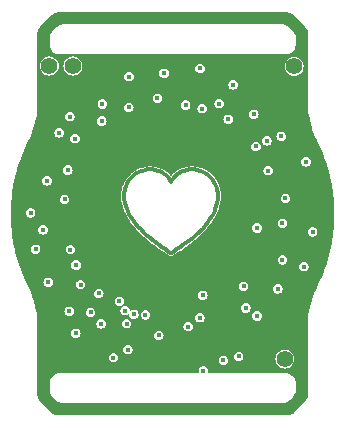
<source format=gbr>
%TF.GenerationSoftware,KiCad,Pcbnew,7.0.9*%
%TF.CreationDate,2023-11-22T13:55:21-05:00*%
%TF.ProjectId,watch,77617463-682e-46b6-9963-61645f706362,rev?*%
%TF.SameCoordinates,Original*%
%TF.FileFunction,Copper,L6,Inr*%
%TF.FilePolarity,Positive*%
%FSLAX45Y45*%
G04 Gerber Fmt 4.5, Leading zero omitted, Abs format (unit mm)*
G04 Created by KiCad (PCBNEW 7.0.9) date 2023-11-22 13:55:21*
%MOMM*%
%LPD*%
G01*
G04 APERTURE LIST*
%TA.AperFunction,NonConductor*%
%ADD10C,0.300000*%
%TD*%
%TA.AperFunction,ComponentPad*%
%ADD11C,1.400000*%
%TD*%
%TA.AperFunction,ViaPad*%
%ADD12C,0.450000*%
%TD*%
G04 APERTURE END LIST*
D10*
X329000Y301000D02*
X310000Y320000D01*
X-227767Y-175751D02*
X-201788Y-198753D01*
X-116100Y362700D02*
X-124912Y365353D01*
X-410000Y170000D02*
X-410000Y132000D01*
X-9000Y-330000D02*
X47846Y-293769D01*
X-397647Y68088D02*
X-386800Y37100D01*
X253000Y-125000D02*
X270752Y-104779D01*
X274900Y344800D02*
X255100Y355200D01*
X297240Y-72180D02*
X310760Y-53820D01*
X-286100Y353200D02*
X-304846Y342769D01*
X-374760Y274820D02*
X-385800Y255900D01*
X-18100Y-329200D02*
X-17000Y-330000D01*
X-293248Y-109217D02*
X-272000Y-133000D01*
X345231Y279154D02*
X338231Y289154D01*
X8240Y304820D02*
X-11760Y274820D01*
X34820Y332240D02*
X28000Y327000D01*
X-327805Y326756D02*
X-332195Y323244D01*
X-17000Y-330000D02*
X-9000Y-330000D01*
X-13000Y270000D02*
X-13000Y273000D01*
X-369769Y281846D02*
X-374760Y274820D01*
X-263900Y362700D02*
X-284900Y353800D01*
X-408549Y121041D02*
X-403647Y92088D01*
X16000Y315000D02*
X11246Y308795D01*
X125180Y-239240D02*
X171788Y-201753D01*
X171788Y-201753D02*
X196224Y-180249D01*
X-332195Y323244D02*
X-352000Y305000D01*
X88900Y362300D02*
X66100Y352800D01*
X-284900Y353800D02*
X-286100Y353200D01*
X-337760Y-52820D02*
X-322240Y-74180D01*
X123932Y371405D02*
X99088Y365647D01*
X-381200Y23900D02*
X-365769Y-7846D01*
X-243000Y-162000D02*
X-227767Y-175751D01*
X209000Y-169000D02*
X253000Y-125000D01*
X362200Y41900D02*
X371353Y68912D01*
X384000Y135000D02*
X383451Y168041D01*
X-254912Y365647D02*
X-263900Y362700D01*
X229100Y365300D02*
X203932Y371595D01*
X-385800Y255900D02*
X-395200Y235100D01*
X-11760Y274820D02*
X-13000Y273000D01*
X66100Y352800D02*
X59900Y349200D01*
X-174000Y375000D02*
X-208000Y375000D01*
X378385Y203077D02*
X375647Y213912D01*
X369800Y231900D02*
X360200Y254100D01*
X-93100Y352800D02*
X-116100Y362700D01*
X148000Y375000D02*
X123932Y371405D01*
X-307154Y341231D02*
X-327805Y326756D01*
X-403647Y92088D02*
X-397647Y68088D01*
X-304846Y342769D02*
X-307154Y341231D01*
X-402353Y212088D02*
X-403615Y207923D01*
X-126820Y-257760D02*
X-78846Y-290769D01*
X-13000Y273000D02*
X-39000Y311000D01*
X99088Y365647D02*
X88900Y362300D01*
X-18900Y-328800D02*
X-18100Y-329200D01*
X310000Y320000D02*
X295820Y330760D01*
X334769Y-15846D02*
X339769Y-6846D01*
X355800Y26100D02*
X362200Y41900D01*
X-89100Y350800D02*
X-93100Y352800D01*
X-75846Y-292769D02*
X-18900Y-328800D01*
X-322240Y-74180D02*
X-293248Y-109217D01*
X371353Y68912D02*
X377647Y93088D01*
X-229932Y371595D02*
X-254912Y365647D01*
X59900Y349200D02*
X38180Y334760D01*
X383451Y168041D02*
X382549Y177959D01*
X270752Y-104779D02*
X297240Y-72180D01*
X-208000Y375000D02*
X-229932Y371595D01*
X-410000Y132000D02*
X-408549Y121041D01*
X-151068Y371595D02*
X-174000Y375000D01*
X196224Y-180249D02*
X209000Y-169000D01*
X-124912Y365353D02*
X-151068Y371595D01*
X375647Y213912D02*
X369800Y231900D01*
X-78846Y-290769D02*
X-75846Y-292769D01*
X203932Y371595D02*
X181000Y375000D01*
X50154Y-292231D02*
X98820Y-258760D01*
X236900Y362700D02*
X229100Y365300D01*
X295820Y330760D02*
X274900Y344800D01*
X-39000Y311000D02*
X-58820Y330240D01*
X-395200Y235100D02*
X-402353Y212088D01*
X-272000Y-133000D02*
X-243000Y-162000D01*
X47846Y-293769D02*
X50154Y-292231D01*
X338231Y289154D02*
X329000Y301000D01*
X-201788Y-198753D02*
X-158180Y-234240D01*
X339769Y-6846D02*
X355800Y26100D01*
X310760Y-53820D02*
X334769Y-15846D01*
X377647Y93088D02*
X382545Y123038D01*
X11246Y308795D02*
X8240Y304820D01*
X181000Y375000D02*
X148000Y375000D01*
X-358200Y-21100D02*
X-337760Y-52820D01*
X-386800Y37100D02*
X-381200Y23900D01*
X-403615Y207923D02*
X-410000Y170000D01*
X-58820Y330240D02*
X-70180Y338760D01*
X-70180Y338760D02*
X-89100Y350800D01*
X255100Y355200D02*
X236900Y362700D01*
X38180Y334760D02*
X34820Y332240D01*
X360200Y254100D02*
X345231Y279154D01*
X-365769Y-7846D02*
X-358200Y-21100D01*
X-352000Y305000D02*
X-369769Y281846D01*
X28000Y327000D02*
X16000Y315000D01*
X382545Y123038D02*
X384000Y135000D01*
X382549Y177959D02*
X378385Y203077D01*
X-158180Y-234240D02*
X-126820Y-257760D01*
X98820Y-258760D02*
X125180Y-239240D01*
D11*
%TO.N,GND*%
%TO.C,TP2*%
X750000Y-1230000D03*
%TO.N,Net-(R13-Pad2)*%
X950000Y-1230000D03*
%TD*%
%TO.N,GND*%
%TO.C,TP4*%
X829000Y1247000D03*
%TO.N,VDD*%
X1029000Y1247000D03*
%TD*%
%TO.N,/SWCLK*%
%TO.C,TP3*%
X-1044000Y1251000D03*
%TO.N,/SWDIO*%
X-844000Y1251000D03*
%TD*%
D12*
%TO.N,GND*%
X-690000Y-597500D03*
X-40000Y-867500D03*
X707500Y-525000D03*
X845000Y-212500D03*
%TO.N,/LED9*%
X600000Y-612500D03*
X255000Y-690000D03*
%TO.N,VDD*%
X230000Y-880000D03*
X470000Y800000D03*
%TO.N,GND*%
X362500Y-797500D03*
%TO.N,/LED6*%
X250000Y890000D03*
X-866000Y-303000D03*
%TO.N,/LED10*%
X810000Y365000D03*
X930000Y-80000D03*
%TO.N,Net-(D51-K)*%
X705000Y570000D03*
X-1097000Y-136000D03*
X955000Y130000D03*
X132500Y-955000D03*
X-128478Y978478D03*
%TO.N,Net-(D53-K)*%
X-600000Y785000D03*
X-780000Y-600000D03*
X620000Y-797500D03*
X797107Y617107D03*
%TO.N,Net-(D55-K)*%
X-887500Y370000D03*
X395000Y932500D03*
X-390000Y-930000D03*
X930000Y-390000D03*
%TO.N,/LED15*%
X-625000Y-675000D03*
X-450000Y-740000D03*
%TO.N,/LED1*%
X-605000Y-932500D03*
X-72500Y1190000D03*
X715000Y-865000D03*
X1129677Y440000D03*
X-1063000Y280000D03*
%TO.N,/LED2*%
X920000Y655000D03*
X890000Y-635000D03*
X-380000Y-1150000D03*
X-1202500Y7500D03*
X-370000Y1160826D03*
%TO.N,/LED3*%
X687500Y842500D03*
X-1160000Y-300000D03*
X-595000Y930000D03*
X-821000Y-1012000D03*
X1110000Y-447500D03*
X-402290Y-820000D03*
%TO.N,/LED4*%
X1185000Y-152500D03*
X430000Y-1240000D03*
X512500Y1092500D03*
X-1054143Y-580000D03*
X-870000Y822500D03*
%TO.N,/LED5*%
X-695000Y-835000D03*
X-875000Y-825000D03*
X-117500Y-1030000D03*
X232500Y1230000D03*
X-818000Y-434000D03*
X-960000Y685000D03*
%TO.N,/LED13*%
X-915000Y122000D03*
X110000Y920000D03*
%TO.N,Net-(D21-A)*%
X-501000Y-1218000D03*
X559000Y-1208000D03*
%TO.N,+BATT*%
X715000Y-120000D03*
X-329000Y-852000D03*
X260000Y-1330000D03*
X-230000Y-855000D03*
%TO.N,/SWDIO*%
X-372000Y900000D03*
%TO.N,/SWCLK*%
X-826000Y636000D03*
%TD*%
%TA.AperFunction,Conductor*%
%TO.N,GND*%
G36*
X970780Y1704950D02*
G01*
X975782Y1704950D01*
X975995Y1704939D01*
X989109Y1703648D01*
X989944Y1703482D01*
X1002247Y1699750D01*
X1003034Y1699424D01*
X1014371Y1693363D01*
X1015080Y1692890D01*
X1025279Y1684519D01*
X1025437Y1684375D01*
X1028831Y1680981D01*
X1028835Y1680978D01*
X1124385Y1585427D01*
X1124529Y1585269D01*
X1132887Y1575083D01*
X1133360Y1574374D01*
X1139420Y1563035D01*
X1139746Y1562248D01*
X1143478Y1549945D01*
X1143644Y1549109D01*
X1144939Y1535954D01*
X1144950Y1535741D01*
X1144950Y1530984D01*
X1144950Y1530982D01*
X1144950Y885502D01*
X1144950Y877946D01*
X1144950Y877945D01*
X1144950Y877945D01*
X1146755Y857910D01*
X1146806Y857343D01*
X1150503Y836992D01*
X1151678Y832740D01*
X1151678Y832739D01*
X1192101Y686428D01*
X1192103Y686421D01*
X1193561Y681140D01*
X1193561Y681140D01*
X1196697Y672344D01*
X1199194Y665338D01*
X1205963Y649988D01*
X1209335Y643640D01*
X1209618Y643109D01*
X1209896Y642585D01*
X1241285Y579631D01*
X1241332Y579529D01*
X1269420Y515103D01*
X1269462Y515000D01*
X1294205Y449214D01*
X1294241Y449108D01*
X1315572Y382137D01*
X1315603Y382031D01*
X1320078Y365000D01*
X1333465Y314055D01*
X1333490Y313947D01*
X1347837Y245142D01*
X1347857Y245033D01*
X1358650Y175581D01*
X1358664Y175470D01*
X1365876Y105557D01*
X1365884Y105445D01*
X1369495Y35253D01*
X1369498Y35142D01*
X1369498Y-35142D01*
X1369495Y-35253D01*
X1365884Y-105445D01*
X1365876Y-105557D01*
X1358664Y-175470D01*
X1358650Y-175581D01*
X1347857Y-245033D01*
X1347837Y-245142D01*
X1333490Y-313947D01*
X1333465Y-314055D01*
X1322708Y-354991D01*
X1316835Y-377344D01*
X1315603Y-382030D01*
X1315572Y-382137D01*
X1294241Y-449108D01*
X1294205Y-449214D01*
X1269462Y-515000D01*
X1269420Y-515103D01*
X1241332Y-579529D01*
X1241285Y-579631D01*
X1209897Y-642582D01*
X1205963Y-649988D01*
X1205963Y-649989D01*
X1205319Y-651450D01*
X1199195Y-665337D01*
X1199194Y-665338D01*
X1194914Y-677344D01*
X1193561Y-681139D01*
X1193561Y-681139D01*
X1192129Y-686323D01*
X1191761Y-687656D01*
X1191491Y-688636D01*
X1191186Y-689738D01*
X1189983Y-694093D01*
X1189982Y-694095D01*
X1154573Y-822262D01*
X1154571Y-822266D01*
X1153728Y-825320D01*
X1153726Y-825322D01*
X1150503Y-836993D01*
X1150503Y-836994D01*
X1150130Y-839046D01*
X1147571Y-853133D01*
X1146806Y-857344D01*
X1144977Y-877656D01*
X1144951Y-877945D01*
X1144950Y-882317D01*
X1144950Y-882321D01*
X1144950Y-888286D01*
X1144950Y-893395D01*
X1144950Y-893396D01*
X1144950Y-1530982D01*
X1144950Y-1530984D01*
X1144950Y-1535782D01*
X1144939Y-1535995D01*
X1143648Y-1549109D01*
X1143482Y-1549944D01*
X1139750Y-1562247D01*
X1139424Y-1563034D01*
X1133363Y-1574371D01*
X1132890Y-1575080D01*
X1124519Y-1585279D01*
X1124376Y-1585437D01*
X1120981Y-1588831D01*
X1120978Y-1588835D01*
X1025427Y-1684385D01*
X1025269Y-1684528D01*
X1015083Y-1692887D01*
X1014374Y-1693360D01*
X1003035Y-1699420D01*
X1002248Y-1699746D01*
X989945Y-1703478D01*
X989109Y-1703644D01*
X975954Y-1704939D01*
X975741Y-1704950D01*
X970780Y-1704950D01*
X970779Y-1704950D01*
X-975781Y-1704950D01*
X-975994Y-1704939D01*
X-989109Y-1703648D01*
X-989944Y-1703482D01*
X-1002247Y-1699750D01*
X-1003034Y-1699424D01*
X-1014373Y-1693363D01*
X-1015081Y-1692890D01*
X-1025268Y-1684529D01*
X-1025426Y-1684386D01*
X-1028716Y-1681097D01*
X-1121097Y-1588716D01*
X-1124385Y-1585427D01*
X-1124528Y-1585269D01*
X-1132890Y-1575081D01*
X-1133363Y-1574373D01*
X-1139424Y-1563034D01*
X-1139750Y-1562247D01*
X-1143482Y-1549944D01*
X-1143648Y-1549109D01*
X-1144940Y-1535994D01*
X-1144950Y-1535781D01*
X-1144950Y-1495589D01*
X-1042550Y-1495589D01*
X-1040579Y-1508034D01*
X-1036685Y-1520018D01*
X-1030965Y-1531245D01*
X-1023559Y-1541438D01*
X-1023076Y-1541921D01*
X-1023076Y-1541921D01*
X-983924Y-1581073D01*
X-983924Y-1581073D01*
X-981438Y-1583559D01*
X-971245Y-1590965D01*
X-960018Y-1596685D01*
X-948034Y-1600579D01*
X-935589Y-1602550D01*
X-935589Y-1602550D01*
X932177Y-1602550D01*
X932186Y-1602549D01*
X935589Y-1602550D01*
X948034Y-1600579D01*
X960017Y-1596685D01*
X971244Y-1590965D01*
X981438Y-1583559D01*
X981921Y-1583076D01*
X981921Y-1583076D01*
X987384Y-1577613D01*
X989259Y-1575739D01*
X989259Y-1575738D01*
X989615Y-1575382D01*
X989616Y-1575381D01*
X1015381Y-1549616D01*
X1015381Y-1549616D01*
X1015738Y-1549259D01*
X1015739Y-1549259D01*
X1017957Y-1547040D01*
X1017958Y-1547039D01*
X1019104Y-1545893D01*
X1023559Y-1541438D01*
X1029515Y-1533241D01*
X1030965Y-1531245D01*
X1030965Y-1531245D01*
X1030965Y-1531245D01*
X1036686Y-1520018D01*
X1040579Y-1508034D01*
X1042550Y-1495589D01*
X1042550Y-1489289D01*
X1042550Y-1484529D01*
X1042550Y-1429716D01*
X1042550Y-1424616D01*
X1042550Y-1424616D01*
X1042550Y-1424615D01*
X1039474Y-1409151D01*
X1039474Y-1409150D01*
X1039474Y-1409150D01*
X1033439Y-1394582D01*
X1024679Y-1381471D01*
X1013529Y-1370321D01*
X1004748Y-1364454D01*
X1000418Y-1361561D01*
X990116Y-1357294D01*
X985850Y-1355526D01*
X985849Y-1355526D01*
X985849Y-1355526D01*
X985849Y-1355526D01*
X970384Y-1352450D01*
X970384Y-1352450D01*
X968117Y-1352450D01*
X301050Y-1352450D01*
X297977Y-1351177D01*
X296705Y-1348105D01*
X297178Y-1346133D01*
X298950Y-1342656D01*
X300954Y-1330000D01*
X298950Y-1317345D01*
X298950Y-1317344D01*
X293133Y-1305928D01*
X284072Y-1296867D01*
X272656Y-1291050D01*
X260000Y-1289046D01*
X260000Y-1289046D01*
X247344Y-1291050D01*
X247344Y-1291050D01*
X235928Y-1296867D01*
X226867Y-1305928D01*
X221050Y-1317344D01*
X221050Y-1317344D01*
X219046Y-1330000D01*
X219046Y-1330000D01*
X221050Y-1342655D01*
X221050Y-1342656D01*
X222822Y-1346132D01*
X223083Y-1349448D01*
X220923Y-1351976D01*
X218950Y-1352450D01*
X-970384Y-1352450D01*
X-985849Y-1355526D01*
X-985849Y-1355526D01*
X-985849Y-1355526D01*
X-985850Y-1355526D01*
X-1000418Y-1361561D01*
X-1013529Y-1370321D01*
X-1024679Y-1381471D01*
X-1033439Y-1394582D01*
X-1039474Y-1409150D01*
X-1040908Y-1416360D01*
X-1042550Y-1424615D01*
X-1042550Y-1424615D01*
X-1042550Y-1424616D01*
X-1042550Y-1426883D01*
X-1042550Y-1484530D01*
X-1042550Y-1489289D01*
X-1042550Y-1495589D01*
X-1144950Y-1495589D01*
X-1144950Y-1218000D01*
X-541954Y-1218000D01*
X-539950Y-1230656D01*
X-534133Y-1242072D01*
X-525072Y-1251133D01*
X-513655Y-1256950D01*
X-503004Y-1258637D01*
X-501000Y-1258954D01*
X-501000Y-1258954D01*
X-501000Y-1258954D01*
X-498995Y-1258637D01*
X-488344Y-1256950D01*
X-488344Y-1256950D01*
X-476928Y-1251133D01*
X-467867Y-1242072D01*
X-466811Y-1240000D01*
X389046Y-1240000D01*
X391050Y-1252656D01*
X391050Y-1252656D01*
X396867Y-1264072D01*
X405928Y-1273133D01*
X417344Y-1278950D01*
X417344Y-1278950D01*
X427618Y-1280577D01*
X430000Y-1280954D01*
X430000Y-1280954D01*
X430000Y-1280954D01*
X431730Y-1280680D01*
X442655Y-1278950D01*
X454072Y-1273133D01*
X463133Y-1264072D01*
X468950Y-1252656D01*
X470954Y-1240000D01*
X468950Y-1227345D01*
X464188Y-1218000D01*
X463133Y-1215928D01*
X455205Y-1208000D01*
X518046Y-1208000D01*
X520050Y-1220656D01*
X520050Y-1220656D01*
X525867Y-1232072D01*
X534928Y-1241133D01*
X536772Y-1242072D01*
X546345Y-1246950D01*
X556618Y-1248577D01*
X559000Y-1248954D01*
X559000Y-1248954D01*
X559000Y-1248954D01*
X560730Y-1248680D01*
X571656Y-1246950D01*
X583072Y-1241133D01*
X592133Y-1232072D01*
X593189Y-1230000D01*
X869282Y-1230000D01*
X871306Y-1247961D01*
X877276Y-1265022D01*
X886027Y-1278950D01*
X886892Y-1280327D01*
X899673Y-1293108D01*
X914978Y-1302724D01*
X932039Y-1308694D01*
X932038Y-1308694D01*
X935342Y-1309066D01*
X950000Y-1310718D01*
X967961Y-1308694D01*
X985022Y-1302724D01*
X1000326Y-1293108D01*
X1013107Y-1280327D01*
X1022724Y-1265022D01*
X1028694Y-1247961D01*
X1030717Y-1230000D01*
X1028694Y-1212039D01*
X1022724Y-1194978D01*
X1013107Y-1179674D01*
X1000326Y-1166893D01*
X1000326Y-1166892D01*
X1000326Y-1166892D01*
X985022Y-1157276D01*
X967961Y-1151306D01*
X967961Y-1151306D01*
X950000Y-1149283D01*
X932039Y-1151306D01*
X914978Y-1157276D01*
X899674Y-1166892D01*
X886892Y-1179674D01*
X877276Y-1194978D01*
X871306Y-1212039D01*
X869282Y-1230000D01*
X593189Y-1230000D01*
X597950Y-1220656D01*
X599954Y-1208000D01*
X597950Y-1195345D01*
X597763Y-1194978D01*
X592133Y-1183928D01*
X583072Y-1174867D01*
X571656Y-1169050D01*
X559000Y-1167046D01*
X559000Y-1167046D01*
X546344Y-1169050D01*
X546344Y-1169050D01*
X534928Y-1174867D01*
X525867Y-1183928D01*
X520050Y-1195344D01*
X520050Y-1195344D01*
X518046Y-1208000D01*
X518046Y-1208000D01*
X455205Y-1208000D01*
X454072Y-1206867D01*
X442656Y-1201050D01*
X430000Y-1199046D01*
X430000Y-1199046D01*
X417344Y-1201050D01*
X417344Y-1201050D01*
X405928Y-1206867D01*
X396867Y-1215928D01*
X391050Y-1227344D01*
X391050Y-1227344D01*
X389046Y-1240000D01*
X389046Y-1240000D01*
X-466811Y-1240000D01*
X-462050Y-1230656D01*
X-462050Y-1230656D01*
X-460046Y-1218000D01*
X-460046Y-1218000D01*
X-462050Y-1205344D01*
X-462050Y-1205344D01*
X-467867Y-1193928D01*
X-476928Y-1184867D01*
X-488344Y-1179050D01*
X-501000Y-1177046D01*
X-501000Y-1177046D01*
X-513655Y-1179050D01*
X-513656Y-1179050D01*
X-525072Y-1184867D01*
X-534133Y-1193928D01*
X-537762Y-1201050D01*
X-539950Y-1205345D01*
X-541954Y-1218000D01*
X-1144950Y-1218000D01*
X-1144950Y-1150000D01*
X-420954Y-1150000D01*
X-418950Y-1162656D01*
X-413133Y-1174072D01*
X-404072Y-1183133D01*
X-392655Y-1188950D01*
X-382004Y-1190637D01*
X-380000Y-1190954D01*
X-380000Y-1190954D01*
X-380000Y-1190954D01*
X-377995Y-1190637D01*
X-367344Y-1188950D01*
X-367344Y-1188950D01*
X-355928Y-1183133D01*
X-346867Y-1174072D01*
X-341050Y-1162656D01*
X-341050Y-1162656D01*
X-339046Y-1150000D01*
X-339046Y-1150000D01*
X-341050Y-1137344D01*
X-341050Y-1137344D01*
X-346867Y-1125928D01*
X-355928Y-1116867D01*
X-367344Y-1111050D01*
X-380000Y-1109046D01*
X-380000Y-1109046D01*
X-392655Y-1111050D01*
X-392656Y-1111050D01*
X-404072Y-1116867D01*
X-404072Y-1116867D01*
X-413133Y-1125928D01*
X-418950Y-1137345D01*
X-420954Y-1150000D01*
X-1144950Y-1150000D01*
X-1144950Y-1012000D01*
X-861954Y-1012000D01*
X-859950Y-1024655D01*
X-854133Y-1036072D01*
X-845072Y-1045133D01*
X-833655Y-1050950D01*
X-823004Y-1052637D01*
X-821000Y-1052954D01*
X-821000Y-1052954D01*
X-821000Y-1052954D01*
X-818995Y-1052637D01*
X-808344Y-1050950D01*
X-808344Y-1050950D01*
X-796928Y-1045133D01*
X-787867Y-1036072D01*
X-784773Y-1030000D01*
X-158454Y-1030000D01*
X-156450Y-1042655D01*
X-150633Y-1054072D01*
X-141572Y-1063133D01*
X-130155Y-1068950D01*
X-119504Y-1070637D01*
X-117500Y-1070954D01*
X-117500Y-1070954D01*
X-117500Y-1070954D01*
X-115495Y-1070637D01*
X-104844Y-1068950D01*
X-104844Y-1068950D01*
X-93428Y-1063133D01*
X-84367Y-1054072D01*
X-78550Y-1042656D01*
X-78550Y-1042655D01*
X-76546Y-1030000D01*
X-76546Y-1030000D01*
X-78550Y-1017344D01*
X-78550Y-1017344D01*
X-84367Y-1005928D01*
X-93428Y-996867D01*
X-104844Y-991050D01*
X-117500Y-989046D01*
X-117500Y-989046D01*
X-130155Y-991050D01*
X-130156Y-991050D01*
X-141572Y-996867D01*
X-141572Y-996867D01*
X-150633Y-1005928D01*
X-156450Y-1017344D01*
X-158454Y-1030000D01*
X-784773Y-1030000D01*
X-782050Y-1024656D01*
X-782050Y-1024655D01*
X-780046Y-1012000D01*
X-780046Y-1012000D01*
X-782050Y-999344D01*
X-782050Y-999344D01*
X-787867Y-987928D01*
X-796928Y-978867D01*
X-808344Y-973050D01*
X-821000Y-971046D01*
X-821000Y-971046D01*
X-833655Y-973050D01*
X-833656Y-973050D01*
X-845072Y-978867D01*
X-854133Y-987928D01*
X-859950Y-999344D01*
X-859950Y-999344D01*
X-861954Y-1012000D01*
X-1144950Y-1012000D01*
X-1144950Y-932500D01*
X-645954Y-932500D01*
X-643950Y-945155D01*
X-638133Y-956572D01*
X-629072Y-965633D01*
X-617656Y-971450D01*
X-607551Y-973050D01*
X-605000Y-973454D01*
X-605000Y-973454D01*
X-605000Y-973454D01*
X-602449Y-973050D01*
X-592345Y-971450D01*
X-592344Y-971450D01*
X-580928Y-965633D01*
X-571867Y-956572D01*
X-566050Y-945156D01*
X-566050Y-945155D01*
X-564046Y-932500D01*
X-564046Y-932500D01*
X-564442Y-930000D01*
X-430954Y-930000D01*
X-428950Y-942655D01*
X-423133Y-954072D01*
X-414072Y-963133D01*
X-402655Y-968950D01*
X-392004Y-970637D01*
X-390000Y-970954D01*
X-390000Y-970954D01*
X-390000Y-970954D01*
X-387995Y-970637D01*
X-377344Y-968950D01*
X-377344Y-968950D01*
X-365928Y-963133D01*
X-357795Y-955000D01*
X91546Y-955000D01*
X93550Y-967655D01*
X93550Y-967656D01*
X99367Y-979072D01*
X108428Y-988133D01*
X119844Y-993950D01*
X119844Y-993950D01*
X130118Y-995577D01*
X132500Y-995954D01*
X132500Y-995954D01*
X132500Y-995954D01*
X134230Y-995680D01*
X145156Y-993950D01*
X156572Y-988133D01*
X165633Y-979072D01*
X171450Y-967655D01*
X173454Y-955000D01*
X171450Y-942344D01*
X171450Y-942344D01*
X165633Y-930928D01*
X156572Y-921867D01*
X145156Y-916050D01*
X132500Y-914046D01*
X132500Y-914046D01*
X119844Y-916050D01*
X119844Y-916050D01*
X108428Y-921867D01*
X99367Y-930928D01*
X93550Y-942344D01*
X93550Y-942344D01*
X91546Y-955000D01*
X91546Y-955000D01*
X-357795Y-955000D01*
X-356867Y-954072D01*
X-351050Y-942656D01*
X-351050Y-942655D01*
X-349046Y-930000D01*
X-349046Y-930000D01*
X-351050Y-917344D01*
X-351050Y-917344D01*
X-356867Y-905928D01*
X-365928Y-896867D01*
X-377344Y-891050D01*
X-390000Y-889046D01*
X-390000Y-889046D01*
X-402655Y-891050D01*
X-402656Y-891050D01*
X-414072Y-896867D01*
X-423133Y-905928D01*
X-424406Y-908428D01*
X-428950Y-917344D01*
X-430954Y-930000D01*
X-564442Y-930000D01*
X-566050Y-919844D01*
X-566050Y-919844D01*
X-571867Y-908428D01*
X-580928Y-899367D01*
X-592344Y-893550D01*
X-605000Y-891546D01*
X-605000Y-891546D01*
X-617656Y-893550D01*
X-617656Y-893550D01*
X-629072Y-899367D01*
X-638133Y-908428D01*
X-640995Y-914046D01*
X-643950Y-919844D01*
X-645954Y-932500D01*
X-1144950Y-932500D01*
X-1144950Y-885407D01*
X-1144950Y-885405D01*
X-1144950Y-877945D01*
X-1144977Y-877656D01*
X-1146755Y-857909D01*
X-1146807Y-857343D01*
X-1150503Y-836993D01*
X-1151698Y-832669D01*
X-1151698Y-832667D01*
X-1153266Y-826993D01*
X-1153266Y-826991D01*
X-1153816Y-825000D01*
X-915954Y-825000D01*
X-913950Y-837655D01*
X-908133Y-849072D01*
X-899072Y-858133D01*
X-887655Y-863950D01*
X-877004Y-865637D01*
X-875000Y-865954D01*
X-875000Y-865954D01*
X-875000Y-865954D01*
X-872995Y-865637D01*
X-862344Y-863950D01*
X-862344Y-863950D01*
X-850928Y-858133D01*
X-841867Y-849072D01*
X-836050Y-837656D01*
X-836050Y-837655D01*
X-835630Y-835000D01*
X-735954Y-835000D01*
X-733950Y-847655D01*
X-728133Y-859072D01*
X-719072Y-868133D01*
X-707655Y-873950D01*
X-697005Y-875637D01*
X-695000Y-875954D01*
X-695000Y-875954D01*
X-695000Y-875954D01*
X-692996Y-875637D01*
X-682345Y-873950D01*
X-682344Y-873950D01*
X-670928Y-868133D01*
X-661867Y-859072D01*
X-656050Y-847656D01*
X-656050Y-847655D01*
X-654046Y-835000D01*
X-654046Y-835000D01*
X-656050Y-822344D01*
X-656050Y-822344D01*
X-657245Y-820000D01*
X-443244Y-820000D01*
X-441240Y-832655D01*
X-435422Y-844072D01*
X-426362Y-853133D01*
X-414945Y-858950D01*
X-404294Y-860637D01*
X-402290Y-860954D01*
X-402290Y-860954D01*
X-402290Y-860954D01*
X-400285Y-860637D01*
X-389634Y-858950D01*
X-389634Y-858950D01*
X-378218Y-853133D01*
X-376959Y-851874D01*
X-373887Y-850601D01*
X-370814Y-851874D01*
X-369595Y-854266D01*
X-367950Y-864655D01*
X-362133Y-876072D01*
X-353072Y-885133D01*
X-341656Y-890950D01*
X-331005Y-892637D01*
X-329000Y-892954D01*
X-329000Y-892954D01*
X-329000Y-892954D01*
X-326996Y-892637D01*
X-316345Y-890950D01*
X-316344Y-890950D01*
X-304928Y-885133D01*
X-295867Y-876072D01*
X-290050Y-864656D01*
X-290050Y-864655D01*
X-288521Y-855000D01*
X-270954Y-855000D01*
X-268950Y-867655D01*
X-263133Y-879072D01*
X-254072Y-888133D01*
X-242655Y-893950D01*
X-232004Y-895637D01*
X-230000Y-895954D01*
X-230000Y-895954D01*
X-230000Y-895954D01*
X-227995Y-895637D01*
X-217344Y-893950D01*
X-217344Y-893950D01*
X-205928Y-888133D01*
X-197795Y-880000D01*
X189046Y-880000D01*
X191050Y-892655D01*
X191050Y-892656D01*
X196867Y-904072D01*
X205928Y-913133D01*
X214194Y-917344D01*
X217344Y-918950D01*
X227618Y-920577D01*
X230000Y-920954D01*
X230000Y-920954D01*
X230000Y-920954D01*
X231730Y-920680D01*
X242655Y-918950D01*
X254072Y-913133D01*
X263133Y-904072D01*
X268950Y-892655D01*
X270954Y-880000D01*
X268950Y-867344D01*
X267755Y-865000D01*
X674046Y-865000D01*
X676050Y-877655D01*
X676050Y-877656D01*
X681867Y-889072D01*
X690928Y-898133D01*
X702344Y-903950D01*
X702344Y-903950D01*
X712618Y-905577D01*
X715000Y-905954D01*
X715000Y-905954D01*
X715000Y-905954D01*
X716730Y-905680D01*
X727655Y-903950D01*
X739072Y-898133D01*
X748133Y-889072D01*
X753950Y-877655D01*
X755954Y-865000D01*
X755900Y-864655D01*
X755313Y-860954D01*
X753950Y-852344D01*
X749735Y-844072D01*
X748133Y-840928D01*
X739072Y-831867D01*
X727656Y-826050D01*
X715000Y-824046D01*
X715000Y-824046D01*
X702344Y-826050D01*
X702344Y-826050D01*
X690928Y-831867D01*
X681867Y-840928D01*
X676050Y-852344D01*
X676050Y-852344D01*
X674046Y-865000D01*
X674046Y-865000D01*
X267755Y-865000D01*
X267220Y-863950D01*
X263133Y-855928D01*
X254072Y-846867D01*
X242656Y-841050D01*
X230000Y-839046D01*
X230000Y-839046D01*
X217344Y-841050D01*
X217344Y-841050D01*
X205928Y-846867D01*
X196867Y-855928D01*
X191050Y-867344D01*
X191050Y-867344D01*
X189046Y-880000D01*
X189046Y-880000D01*
X-197795Y-880000D01*
X-196867Y-879072D01*
X-191050Y-867656D01*
X-191050Y-867655D01*
X-189046Y-855000D01*
X-189046Y-855000D01*
X-191050Y-842344D01*
X-191050Y-842344D01*
X-196867Y-830928D01*
X-205928Y-821867D01*
X-217344Y-816050D01*
X-230000Y-814046D01*
X-230000Y-814046D01*
X-242655Y-816050D01*
X-242656Y-816050D01*
X-254072Y-821867D01*
X-263133Y-830928D01*
X-268290Y-841050D01*
X-268950Y-842344D01*
X-270954Y-855000D01*
X-288521Y-855000D01*
X-288046Y-852000D01*
X-288046Y-852000D01*
X-290050Y-839344D01*
X-290050Y-839344D01*
X-295867Y-827928D01*
X-304928Y-818867D01*
X-316344Y-813050D01*
X-329000Y-811046D01*
X-329000Y-811046D01*
X-341656Y-813050D01*
X-341656Y-813050D01*
X-353072Y-818867D01*
X-354331Y-820126D01*
X-357403Y-821398D01*
X-360476Y-820126D01*
X-361695Y-817733D01*
X-363340Y-807344D01*
X-363340Y-807344D01*
X-368356Y-797500D01*
X579046Y-797500D01*
X581050Y-810155D01*
X581050Y-810156D01*
X586867Y-821572D01*
X595928Y-830633D01*
X599924Y-832669D01*
X607345Y-836450D01*
X617618Y-838077D01*
X620000Y-838454D01*
X620000Y-838454D01*
X620000Y-838454D01*
X621730Y-838180D01*
X632656Y-836450D01*
X644072Y-830633D01*
X653133Y-821572D01*
X658950Y-810155D01*
X660954Y-797500D01*
X658950Y-784844D01*
X653133Y-773428D01*
X644072Y-764367D01*
X644072Y-764367D01*
X632656Y-758550D01*
X620000Y-756546D01*
X620000Y-756546D01*
X607344Y-758550D01*
X607344Y-758550D01*
X595928Y-764367D01*
X586867Y-773428D01*
X581050Y-784844D01*
X581050Y-784844D01*
X579046Y-797500D01*
X579046Y-797500D01*
X-368356Y-797500D01*
X-369157Y-795928D01*
X-378218Y-786867D01*
X-389634Y-781050D01*
X-402290Y-779046D01*
X-402290Y-779046D01*
X-414945Y-781050D01*
X-414945Y-781050D01*
X-426362Y-786867D01*
X-435423Y-795928D01*
X-437970Y-800928D01*
X-441240Y-807344D01*
X-443244Y-820000D01*
X-657245Y-820000D01*
X-661867Y-810928D01*
X-670928Y-801867D01*
X-682344Y-796050D01*
X-695000Y-794046D01*
X-695000Y-794046D01*
X-707655Y-796050D01*
X-707656Y-796050D01*
X-719072Y-801867D01*
X-719072Y-801867D01*
X-728133Y-810928D01*
X-733950Y-822344D01*
X-735954Y-835000D01*
X-835630Y-835000D01*
X-834046Y-825000D01*
X-834046Y-825000D01*
X-836050Y-812344D01*
X-836050Y-812344D01*
X-841867Y-800928D01*
X-850928Y-791867D01*
X-862344Y-786050D01*
X-875000Y-784046D01*
X-875000Y-784046D01*
X-887655Y-786050D01*
X-887656Y-786050D01*
X-899072Y-791867D01*
X-908133Y-800928D01*
X-913288Y-811046D01*
X-913950Y-812344D01*
X-915954Y-825000D01*
X-1153816Y-825000D01*
X-1154102Y-823967D01*
X-1154525Y-822436D01*
X-1154525Y-822436D01*
X-1177300Y-740000D01*
X-490954Y-740000D01*
X-488950Y-752655D01*
X-483133Y-764072D01*
X-474072Y-773133D01*
X-462655Y-778950D01*
X-452004Y-780637D01*
X-450000Y-780954D01*
X-450000Y-780954D01*
X-450000Y-780954D01*
X-447995Y-780637D01*
X-437344Y-778950D01*
X-437344Y-778950D01*
X-425928Y-773133D01*
X-416867Y-764072D01*
X-411050Y-752656D01*
X-411050Y-752655D01*
X-409046Y-740000D01*
X-409046Y-740000D01*
X-411050Y-727344D01*
X-411050Y-727344D01*
X-416867Y-715928D01*
X-425928Y-706867D01*
X-437344Y-701050D01*
X-450000Y-699046D01*
X-450000Y-699046D01*
X-462655Y-701050D01*
X-462656Y-701050D01*
X-474072Y-706867D01*
X-483133Y-715928D01*
X-486804Y-723133D01*
X-488950Y-727344D01*
X-490954Y-740000D01*
X-1177300Y-740000D01*
X-1181960Y-723133D01*
X-1190003Y-694020D01*
X-1190004Y-694018D01*
X-1191328Y-689225D01*
X-1191490Y-688636D01*
X-1191531Y-688489D01*
X-1193347Y-681913D01*
X-1193561Y-681140D01*
X-1193561Y-681140D01*
X-1193561Y-681139D01*
X-1195750Y-675000D01*
X-665954Y-675000D01*
X-663950Y-687656D01*
X-658133Y-699072D01*
X-649072Y-708133D01*
X-637656Y-713950D01*
X-627005Y-715637D01*
X-625000Y-715954D01*
X-625000Y-715954D01*
X-625000Y-715954D01*
X-622996Y-715637D01*
X-612345Y-713950D01*
X-612344Y-713950D01*
X-600928Y-708133D01*
X-591867Y-699072D01*
X-587245Y-690000D01*
X214046Y-690000D01*
X216050Y-702655D01*
X216050Y-702656D01*
X221867Y-714072D01*
X230928Y-723133D01*
X239194Y-727344D01*
X242344Y-728950D01*
X252618Y-730577D01*
X255000Y-730954D01*
X255000Y-730954D01*
X255000Y-730954D01*
X256730Y-730680D01*
X267656Y-728950D01*
X279072Y-723133D01*
X288133Y-714072D01*
X293950Y-702655D01*
X295954Y-690000D01*
X293950Y-677345D01*
X292220Y-673950D01*
X288133Y-665928D01*
X279072Y-656867D01*
X267656Y-651050D01*
X255000Y-649046D01*
X255000Y-649046D01*
X242344Y-651050D01*
X242344Y-651050D01*
X230928Y-656867D01*
X221867Y-665928D01*
X216050Y-677344D01*
X216050Y-677344D01*
X214046Y-690000D01*
X214046Y-690000D01*
X-587245Y-690000D01*
X-586050Y-687656D01*
X-586050Y-687656D01*
X-584046Y-675000D01*
X-584046Y-675000D01*
X-586050Y-662344D01*
X-586050Y-662344D01*
X-591867Y-650928D01*
X-600928Y-641867D01*
X-612344Y-636050D01*
X-625000Y-634046D01*
X-625000Y-634046D01*
X-637656Y-636050D01*
X-637656Y-636050D01*
X-649072Y-641867D01*
X-658133Y-650928D01*
X-661159Y-656867D01*
X-663950Y-662345D01*
X-665954Y-675000D01*
X-1195750Y-675000D01*
X-1199194Y-665338D01*
X-1199194Y-665338D01*
X-1199194Y-665337D01*
X-1199194Y-665337D01*
X-1199194Y-665337D01*
X-1202929Y-656867D01*
X-1205963Y-649989D01*
X-1208277Y-645633D01*
X-1209862Y-642649D01*
X-1209928Y-642513D01*
X-1209936Y-642495D01*
X-1209966Y-642445D01*
X-1241100Y-580000D01*
X-1095098Y-580000D01*
X-1093093Y-592656D01*
X-1087276Y-604072D01*
X-1078216Y-613133D01*
X-1066799Y-618950D01*
X-1056148Y-620637D01*
X-1054144Y-620954D01*
X-1054143Y-620954D01*
X-1054143Y-620954D01*
X-1052139Y-620637D01*
X-1041488Y-618950D01*
X-1041488Y-618950D01*
X-1030071Y-613133D01*
X-1021011Y-604072D01*
X-1018936Y-600000D01*
X-820954Y-600000D01*
X-818950Y-612656D01*
X-813133Y-624072D01*
X-804072Y-633133D01*
X-792655Y-638950D01*
X-782004Y-640637D01*
X-780000Y-640954D01*
X-780000Y-640954D01*
X-780000Y-640954D01*
X-777995Y-640637D01*
X-767344Y-638950D01*
X-767344Y-638950D01*
X-755928Y-633133D01*
X-746867Y-624072D01*
X-741050Y-612656D01*
X-741050Y-612656D01*
X-741026Y-612500D01*
X559046Y-612500D01*
X561050Y-625156D01*
X561050Y-625156D01*
X566867Y-636572D01*
X575928Y-645633D01*
X584478Y-649989D01*
X587345Y-651450D01*
X597618Y-653077D01*
X600000Y-653454D01*
X600000Y-653454D01*
X600000Y-653454D01*
X601730Y-653180D01*
X612656Y-651450D01*
X624072Y-645633D01*
X633133Y-636572D01*
X633934Y-635000D01*
X849046Y-635000D01*
X851050Y-647656D01*
X851050Y-647656D01*
X856867Y-659072D01*
X865928Y-668133D01*
X877344Y-673950D01*
X877344Y-673950D01*
X887618Y-675577D01*
X890000Y-675954D01*
X890000Y-675954D01*
X890000Y-675954D01*
X891730Y-675680D01*
X902655Y-673950D01*
X914072Y-668133D01*
X923133Y-659072D01*
X928950Y-647656D01*
X930954Y-635000D01*
X928950Y-622345D01*
X927220Y-618950D01*
X923133Y-610928D01*
X914072Y-601867D01*
X902656Y-596050D01*
X890000Y-594046D01*
X890000Y-594046D01*
X877344Y-596050D01*
X877344Y-596050D01*
X865928Y-601867D01*
X856867Y-610928D01*
X851050Y-622344D01*
X851050Y-622344D01*
X849046Y-635000D01*
X849046Y-635000D01*
X633934Y-635000D01*
X638950Y-625156D01*
X640954Y-612500D01*
X638950Y-599845D01*
X635995Y-594046D01*
X633133Y-588428D01*
X624072Y-579367D01*
X612656Y-573550D01*
X600000Y-571546D01*
X600000Y-571546D01*
X587344Y-573550D01*
X587344Y-573550D01*
X575928Y-579367D01*
X566867Y-588428D01*
X561050Y-599844D01*
X561050Y-599844D01*
X559046Y-612500D01*
X559046Y-612500D01*
X-741026Y-612500D01*
X-739046Y-600000D01*
X-739046Y-600000D01*
X-741050Y-587344D01*
X-741050Y-587344D01*
X-746867Y-575928D01*
X-755928Y-566867D01*
X-767344Y-561050D01*
X-780000Y-559046D01*
X-780000Y-559046D01*
X-792655Y-561050D01*
X-792656Y-561050D01*
X-804072Y-566867D01*
X-813133Y-575928D01*
X-815019Y-579631D01*
X-818950Y-587345D01*
X-820329Y-596050D01*
X-820929Y-599844D01*
X-820954Y-600000D01*
X-1018936Y-600000D01*
X-1015194Y-592656D01*
X-1015194Y-592656D01*
X-1013189Y-580000D01*
X-1013189Y-580000D01*
X-1015194Y-567344D01*
X-1015194Y-567344D01*
X-1021011Y-555928D01*
X-1030071Y-546867D01*
X-1041488Y-541050D01*
X-1054143Y-539046D01*
X-1054144Y-539046D01*
X-1066799Y-541050D01*
X-1066799Y-541050D01*
X-1078216Y-546867D01*
X-1078216Y-546867D01*
X-1087276Y-555928D01*
X-1093093Y-567345D01*
X-1094453Y-575928D01*
X-1095023Y-579529D01*
X-1095098Y-580000D01*
X-1241100Y-580000D01*
X-1241285Y-579630D01*
X-1241332Y-579529D01*
X-1269420Y-515103D01*
X-1269462Y-515000D01*
X-1294205Y-449214D01*
X-1294241Y-449108D01*
X-1299053Y-434000D01*
X-858954Y-434000D01*
X-856950Y-446655D01*
X-851133Y-458072D01*
X-842072Y-467133D01*
X-830655Y-472950D01*
X-820004Y-474637D01*
X-818000Y-474954D01*
X-818000Y-474954D01*
X-818000Y-474954D01*
X-815995Y-474637D01*
X-805344Y-472950D01*
X-805344Y-472950D01*
X-793928Y-467133D01*
X-784867Y-458072D01*
X-779480Y-447500D01*
X1069046Y-447500D01*
X1071050Y-460155D01*
X1071050Y-460156D01*
X1076867Y-471572D01*
X1085928Y-480633D01*
X1097344Y-486450D01*
X1097345Y-486450D01*
X1107618Y-488077D01*
X1110000Y-488454D01*
X1110000Y-488454D01*
X1110000Y-488454D01*
X1111730Y-488180D01*
X1122656Y-486450D01*
X1134072Y-480633D01*
X1143133Y-471572D01*
X1148950Y-460155D01*
X1150954Y-447500D01*
X1150820Y-446655D01*
X1150637Y-445495D01*
X1148950Y-434844D01*
X1143133Y-423428D01*
X1134072Y-414367D01*
X1134072Y-414367D01*
X1122656Y-408550D01*
X1110000Y-406546D01*
X1110000Y-406546D01*
X1097344Y-408550D01*
X1097344Y-408550D01*
X1085928Y-414367D01*
X1076867Y-423428D01*
X1071050Y-434844D01*
X1071050Y-434844D01*
X1069046Y-447500D01*
X1069046Y-447500D01*
X-779480Y-447500D01*
X-779050Y-446656D01*
X-779050Y-446655D01*
X-777046Y-434000D01*
X-777046Y-434000D01*
X-779050Y-421344D01*
X-779050Y-421344D01*
X-784867Y-409928D01*
X-793928Y-400867D01*
X-805344Y-395050D01*
X-818000Y-393046D01*
X-818000Y-393046D01*
X-830655Y-395050D01*
X-830656Y-395050D01*
X-842072Y-400867D01*
X-842072Y-400867D01*
X-851133Y-409928D01*
X-856950Y-421344D01*
X-858954Y-434000D01*
X-1299053Y-434000D01*
X-1313068Y-390000D01*
X889046Y-390000D01*
X891050Y-402655D01*
X891050Y-402656D01*
X896867Y-414072D01*
X905928Y-423133D01*
X917344Y-428950D01*
X917344Y-428950D01*
X927618Y-430577D01*
X930000Y-430954D01*
X930000Y-430954D01*
X930000Y-430954D01*
X931730Y-430680D01*
X942655Y-428950D01*
X954072Y-423133D01*
X963133Y-414072D01*
X968950Y-402655D01*
X970954Y-390000D01*
X968950Y-377344D01*
X963133Y-365928D01*
X954072Y-356867D01*
X954072Y-356867D01*
X942656Y-351050D01*
X930000Y-349046D01*
X930000Y-349046D01*
X917344Y-351050D01*
X917344Y-351050D01*
X905928Y-356867D01*
X896867Y-365928D01*
X891050Y-377344D01*
X891050Y-377344D01*
X889046Y-390000D01*
X889046Y-390000D01*
X-1313068Y-390000D01*
X-1315572Y-382137D01*
X-1315603Y-382030D01*
X-1316835Y-377344D01*
X-1322708Y-354991D01*
X-1333465Y-314055D01*
X-1333490Y-313947D01*
X-1336398Y-300000D01*
X-1200954Y-300000D01*
X-1198950Y-312656D01*
X-1193133Y-324072D01*
X-1184072Y-333133D01*
X-1172656Y-338950D01*
X-1162005Y-340637D01*
X-1160000Y-340954D01*
X-1160000Y-340954D01*
X-1160000Y-340954D01*
X-1157996Y-340637D01*
X-1147345Y-338950D01*
X-1147344Y-338950D01*
X-1135928Y-333133D01*
X-1126867Y-324072D01*
X-1121050Y-312656D01*
X-1121050Y-312656D01*
X-1119521Y-303000D01*
X-906954Y-303000D01*
X-904950Y-315656D01*
X-899133Y-327072D01*
X-890072Y-336133D01*
X-878655Y-341950D01*
X-868004Y-343637D01*
X-866000Y-343954D01*
X-866000Y-343954D01*
X-866000Y-343954D01*
X-863995Y-343637D01*
X-853344Y-341950D01*
X-853344Y-341950D01*
X-841928Y-336133D01*
X-832867Y-327072D01*
X-827050Y-315656D01*
X-827050Y-315656D01*
X-825046Y-303000D01*
X-825046Y-303000D01*
X-827050Y-290344D01*
X-827050Y-290344D01*
X-832867Y-278928D01*
X-841928Y-269867D01*
X-853344Y-264050D01*
X-866000Y-262046D01*
X-866000Y-262046D01*
X-878655Y-264050D01*
X-878656Y-264050D01*
X-890072Y-269867D01*
X-899133Y-278928D01*
X-900130Y-280886D01*
X-904950Y-290345D01*
X-906637Y-300996D01*
X-906903Y-302678D01*
X-906954Y-303000D01*
X-1119521Y-303000D01*
X-1119046Y-300000D01*
X-1119046Y-300000D01*
X-1121050Y-287344D01*
X-1121050Y-287344D01*
X-1126867Y-275928D01*
X-1135928Y-266867D01*
X-1147344Y-261050D01*
X-1160000Y-259046D01*
X-1160000Y-259046D01*
X-1172656Y-261050D01*
X-1172656Y-261050D01*
X-1184072Y-266867D01*
X-1193133Y-275928D01*
X-1195481Y-280536D01*
X-1198950Y-287345D01*
X-1200954Y-300000D01*
X-1336398Y-300000D01*
X-1347837Y-245142D01*
X-1347857Y-245033D01*
X-1358650Y-175581D01*
X-1358664Y-175470D01*
X-1362736Y-136000D01*
X-1137954Y-136000D01*
X-1135950Y-148656D01*
X-1130133Y-160072D01*
X-1121072Y-169133D01*
X-1109656Y-174950D01*
X-1099005Y-176637D01*
X-1097000Y-176954D01*
X-1097000Y-176954D01*
X-1097000Y-176954D01*
X-1094996Y-176637D01*
X-1084345Y-174950D01*
X-1084344Y-174950D01*
X-1072928Y-169133D01*
X-1063867Y-160072D01*
X-1058050Y-148656D01*
X-1058050Y-148656D01*
X-1056046Y-136000D01*
X-1056046Y-136000D01*
X-1058050Y-123344D01*
X-1058050Y-123344D01*
X-1063867Y-111928D01*
X-1072928Y-102867D01*
X-1084344Y-97050D01*
X-1097000Y-95046D01*
X-1097000Y-95046D01*
X-1109656Y-97050D01*
X-1109656Y-97050D01*
X-1121072Y-102867D01*
X-1130133Y-111928D01*
X-1134246Y-120000D01*
X-1135950Y-123344D01*
X-1137954Y-136000D01*
X-1362736Y-136000D01*
X-1365876Y-105557D01*
X-1365884Y-105445D01*
X-1369495Y-35253D01*
X-1369498Y-35142D01*
X-1369498Y7500D01*
X-1243454Y7500D01*
X-1241450Y-5156D01*
X-1235633Y-16572D01*
X-1226572Y-25633D01*
X-1215156Y-31450D01*
X-1204505Y-33137D01*
X-1202500Y-33454D01*
X-1202500Y-33454D01*
X-1202500Y-33454D01*
X-1200496Y-33137D01*
X-1189845Y-31450D01*
X-1189844Y-31450D01*
X-1178428Y-25633D01*
X-1169367Y-16572D01*
X-1163550Y-5156D01*
X-1163550Y-5156D01*
X-1161546Y7500D01*
X-1161546Y7500D01*
X-1163550Y20156D01*
X-1163550Y20156D01*
X-1169367Y31572D01*
X-1178428Y40633D01*
X-1189844Y46450D01*
X-1189845Y46450D01*
X-1200118Y48077D01*
X-1202500Y48454D01*
X-1202500Y48454D01*
X-1204230Y48180D01*
X-1215156Y46450D01*
X-1226572Y40633D01*
X-1235633Y31572D01*
X-1241450Y20156D01*
X-1243454Y7500D01*
X-1369498Y7500D01*
X-1369498Y35142D01*
X-1369495Y35253D01*
X-1365884Y105445D01*
X-1365876Y105557D01*
X-1364180Y122000D01*
X-955954Y122000D01*
X-953950Y109344D01*
X-953950Y109344D01*
X-953950Y109344D01*
X-948133Y97928D01*
X-939072Y88867D01*
X-927656Y83050D01*
X-915000Y81046D01*
X-915000Y81046D01*
X-915000Y81046D01*
X-902344Y83050D01*
X-902344Y83050D01*
X-890928Y88867D01*
X-881867Y97928D01*
X-876050Y109344D01*
X-876050Y109344D01*
X-874046Y122000D01*
X-874046Y122000D01*
X-875495Y131153D01*
X-435318Y131153D01*
X-435318Y131152D01*
X-435229Y130481D01*
X-435210Y130195D01*
X-435210Y129517D01*
X-434898Y127950D01*
X-434875Y127813D01*
X-433852Y120084D01*
X-433817Y119390D01*
X-433820Y119281D01*
X-433482Y117283D01*
X-433215Y115271D01*
X-433180Y115168D01*
X-433009Y114492D01*
X-428896Y90199D01*
X-428776Y89490D01*
X-428748Y89233D01*
X-428707Y88383D01*
X-428706Y88382D01*
X-428706Y88382D01*
X-428361Y86999D01*
X-428326Y86836D01*
X-428095Y85470D01*
X-428089Y85431D01*
X-427786Y84637D01*
X-427708Y84390D01*
X-422452Y63364D01*
X-422408Y63142D01*
X-422262Y62103D01*
X-421856Y60944D01*
X-421800Y60757D01*
X-421502Y59565D01*
X-421053Y58614D01*
X-420968Y58406D01*
X-411191Y30477D01*
X-411115Y30201D01*
X-410978Y29540D01*
X-410352Y28066D01*
X-410302Y27937D01*
X-409774Y26427D01*
X-409430Y25845D01*
X-409302Y25592D01*
X-405786Y17303D01*
X-405247Y16032D01*
X-405043Y15436D01*
X-404959Y15112D01*
X-404178Y13506D01*
X-404135Y13411D01*
X-403438Y11768D01*
X-403438Y11768D01*
X-403250Y11491D01*
X-402934Y10946D01*
X-389221Y-17266D01*
X-389114Y-17527D01*
X-388892Y-18192D01*
X-388113Y-19556D01*
X-388045Y-19684D01*
X-387839Y-20109D01*
X-387357Y-21100D01*
X-386932Y-21661D01*
X-386778Y-21894D01*
X-381140Y-31766D01*
X-380872Y-32325D01*
X-380736Y-32668D01*
X-379787Y-34142D01*
X-379729Y-34237D01*
X-378860Y-35758D01*
X-378618Y-36037D01*
X-378247Y-36532D01*
X-371586Y-46867D01*
X-359994Y-64857D01*
X-359847Y-65124D01*
X-359614Y-65630D01*
X-358787Y-66769D01*
X-358605Y-67018D01*
X-358537Y-67118D01*
X-357606Y-68563D01*
X-357218Y-68964D01*
X-357023Y-69197D01*
X-343710Y-87518D01*
X-343556Y-87763D01*
X-343246Y-88339D01*
X-342210Y-89590D01*
X-342129Y-89695D01*
X-341175Y-91007D01*
X-340694Y-91452D01*
X-340498Y-91659D01*
X-314166Y-123481D01*
X-313771Y-124044D01*
X-313702Y-124161D01*
X-312366Y-125656D01*
X-311088Y-127202D01*
X-310981Y-127288D01*
X-310485Y-127762D01*
X-292079Y-148364D01*
X-291894Y-148603D01*
X-291582Y-149070D01*
X-290370Y-150282D01*
X-290288Y-150369D01*
X-289146Y-151648D01*
X-288696Y-151986D01*
X-288468Y-152184D01*
X-262346Y-178306D01*
X-261934Y-178783D01*
X-261736Y-179049D01*
X-260409Y-180247D01*
X-260332Y-180320D01*
X-259070Y-181582D01*
X-258793Y-181767D01*
X-258296Y-182154D01*
X-246584Y-192727D01*
X-246446Y-192863D01*
X-246339Y-192978D01*
X-246338Y-192979D01*
X-245802Y-193454D01*
X-244570Y-194545D01*
X-243213Y-195770D01*
X-242817Y-196128D01*
X-242816Y-196128D01*
X-242688Y-196222D01*
X-242538Y-196344D01*
X-220215Y-216109D01*
X-219748Y-216592D01*
X-219626Y-216739D01*
X-218108Y-217975D01*
X-216641Y-219274D01*
X-216475Y-219370D01*
X-215923Y-219753D01*
X-175892Y-252329D01*
X-175400Y-252798D01*
X-175292Y-252918D01*
X-173705Y-254109D01*
X-172166Y-255361D01*
X-172024Y-255436D01*
X-171449Y-255800D01*
X-143787Y-276547D01*
X-143282Y-276992D01*
X-143156Y-277121D01*
X-141535Y-278236D01*
X-139960Y-279418D01*
X-139797Y-279496D01*
X-139213Y-279834D01*
X-95355Y-310011D01*
X-95075Y-310248D01*
X-95062Y-310232D01*
X-94897Y-310368D01*
X-94896Y-310368D01*
X-94896Y-310368D01*
X-92982Y-311644D01*
X-91818Y-312445D01*
X-91600Y-312622D01*
X-91593Y-312613D01*
X-91424Y-312745D01*
X-91424Y-312745D01*
X-89579Y-313912D01*
X-87764Y-315123D01*
X-87764Y-315123D01*
X-87575Y-315223D01*
X-87577Y-315226D01*
X-87167Y-315439D01*
X-33488Y-349402D01*
X-33321Y-349520D01*
X-32395Y-350238D01*
X-31561Y-350655D01*
X-30950Y-351026D01*
X-29820Y-351849D01*
X-29671Y-351917D01*
X-29078Y-352249D01*
X-26836Y-353747D01*
X-25356Y-354042D01*
X-24383Y-354358D01*
X-23012Y-354991D01*
X-20318Y-355098D01*
X-19643Y-355178D01*
X-19483Y-355210D01*
X-17500Y-355210D01*
X-12991Y-355389D01*
X-12991Y-355389D01*
X-12991Y-355389D01*
X-12568Y-355323D01*
X-12563Y-355359D01*
X-11730Y-355210D01*
X-9272Y-355210D01*
X-4532Y-355312D01*
X-2269Y-354432D01*
X-1543Y-354221D01*
X836Y-353747D01*
X4779Y-351113D01*
X59200Y-316428D01*
X59580Y-316231D01*
X59576Y-316223D01*
X59764Y-316123D01*
X59764Y-316123D01*
X59764Y-316123D01*
X61614Y-314889D01*
X62137Y-314556D01*
X62254Y-314486D01*
X62393Y-314410D01*
X62394Y-314409D01*
X62734Y-314175D01*
X63034Y-313984D01*
X63490Y-313694D01*
X63490Y-313693D01*
X63658Y-313562D01*
X63663Y-313569D01*
X63920Y-313359D01*
X64289Y-313106D01*
X64830Y-312745D01*
X66203Y-311830D01*
X66369Y-311694D01*
X66390Y-311719D01*
X66662Y-311474D01*
X111137Y-280886D01*
X111744Y-280537D01*
X111827Y-280498D01*
X113468Y-279283D01*
X115152Y-278125D01*
X115216Y-278058D01*
X115744Y-277597D01*
X138323Y-260877D01*
X138897Y-260518D01*
X139045Y-260441D01*
X140587Y-259200D01*
X142178Y-258022D01*
X142290Y-257899D01*
X142785Y-257433D01*
X144814Y-255801D01*
X185834Y-222808D01*
X186379Y-222434D01*
X186579Y-222318D01*
X188024Y-221047D01*
X189523Y-219841D01*
X189672Y-219664D01*
X190132Y-219191D01*
X210933Y-200886D01*
X210940Y-200880D01*
X211019Y-200811D01*
X211019Y-200811D01*
X211979Y-199966D01*
X212733Y-199302D01*
X213635Y-198508D01*
X214743Y-197533D01*
X214743Y-197533D01*
X214819Y-197466D01*
X214827Y-197458D01*
X224293Y-189124D01*
X224520Y-188949D01*
X225070Y-188582D01*
X226212Y-187440D01*
X226311Y-187347D01*
X227523Y-186281D01*
X227925Y-185754D01*
X228114Y-185538D01*
X248497Y-165156D01*
X269553Y-144099D01*
X269766Y-143913D01*
X270307Y-143498D01*
X271359Y-142299D01*
X271454Y-142198D01*
X272582Y-141070D01*
X272960Y-140504D01*
X273134Y-140278D01*
X284613Y-127202D01*
X288151Y-123172D01*
X288644Y-122692D01*
X288751Y-122604D01*
X290015Y-121049D01*
X290936Y-120000D01*
X674046Y-120000D01*
X676050Y-132656D01*
X676050Y-132656D01*
X681867Y-144072D01*
X690928Y-153133D01*
X702344Y-158950D01*
X702344Y-158950D01*
X712618Y-160577D01*
X715000Y-160954D01*
X715000Y-160954D01*
X715000Y-160954D01*
X716730Y-160680D01*
X727655Y-158950D01*
X739072Y-153133D01*
X739705Y-152500D01*
X1144046Y-152500D01*
X1146050Y-165156D01*
X1146050Y-165156D01*
X1151867Y-176572D01*
X1160928Y-185633D01*
X1172344Y-191450D01*
X1172345Y-191450D01*
X1182004Y-192980D01*
X1185000Y-193454D01*
X1185000Y-193454D01*
X1185000Y-193454D01*
X1187996Y-192980D01*
X1197656Y-191450D01*
X1209072Y-185633D01*
X1218133Y-176572D01*
X1223950Y-165156D01*
X1225954Y-152500D01*
X1225819Y-151647D01*
X1225299Y-148363D01*
X1223950Y-139845D01*
X1221991Y-136000D01*
X1218133Y-128428D01*
X1209072Y-119367D01*
X1197656Y-113550D01*
X1185000Y-111546D01*
X1185000Y-111546D01*
X1172344Y-113550D01*
X1172344Y-113550D01*
X1160928Y-119367D01*
X1151867Y-128428D01*
X1146050Y-139844D01*
X1146050Y-139844D01*
X1144046Y-152500D01*
X1144046Y-152500D01*
X739705Y-152500D01*
X748133Y-144072D01*
X753950Y-132656D01*
X755954Y-120000D01*
X753950Y-107344D01*
X751668Y-102867D01*
X748133Y-95928D01*
X739072Y-86867D01*
X727656Y-81050D01*
X721025Y-80000D01*
X889046Y-80000D01*
X891050Y-92655D01*
X891050Y-92656D01*
X896867Y-104072D01*
X905928Y-113133D01*
X917165Y-118858D01*
X917344Y-118950D01*
X927618Y-120577D01*
X930000Y-120954D01*
X930000Y-120954D01*
X930000Y-120954D01*
X931730Y-120680D01*
X942655Y-118950D01*
X954072Y-113133D01*
X963133Y-104072D01*
X968950Y-92655D01*
X970954Y-80000D01*
X968950Y-67345D01*
X968076Y-65630D01*
X963133Y-55928D01*
X954072Y-46867D01*
X942656Y-41050D01*
X930000Y-39046D01*
X930000Y-39046D01*
X917344Y-41050D01*
X917344Y-41050D01*
X905928Y-46867D01*
X896867Y-55928D01*
X891050Y-67344D01*
X891050Y-67344D01*
X889046Y-80000D01*
X889046Y-80000D01*
X721025Y-80000D01*
X715000Y-79046D01*
X715000Y-79046D01*
X702344Y-81050D01*
X702344Y-81050D01*
X690928Y-86867D01*
X681867Y-95928D01*
X676050Y-107344D01*
X676050Y-107344D01*
X674046Y-120000D01*
X674046Y-120000D01*
X290936Y-120000D01*
X291335Y-119545D01*
X291405Y-119424D01*
X291794Y-118859D01*
X315417Y-89787D01*
X315859Y-89318D01*
X316068Y-89128D01*
X317155Y-87651D01*
X317215Y-87573D01*
X318371Y-86151D01*
X318503Y-85902D01*
X318845Y-85356D01*
X330041Y-70152D01*
X330215Y-69945D01*
X330359Y-69793D01*
X330741Y-69391D01*
X331551Y-68111D01*
X331634Y-67989D01*
X332532Y-66769D01*
X332857Y-66077D01*
X332987Y-65840D01*
X355055Y-30936D01*
X355234Y-30693D01*
X355600Y-30261D01*
X355600Y-30260D01*
X355601Y-30260D01*
X356431Y-28765D01*
X356490Y-28665D01*
X357404Y-27220D01*
X357608Y-26689D01*
X357736Y-26416D01*
X360785Y-20928D01*
X361122Y-20412D01*
X361352Y-20109D01*
X362114Y-18541D01*
X362165Y-18443D01*
X363012Y-16919D01*
X363129Y-16557D01*
X363358Y-15986D01*
X377699Y13487D01*
X377836Y13729D01*
X378234Y14334D01*
X378234Y14334D01*
X378816Y15773D01*
X378876Y15907D01*
X379555Y17303D01*
X379555Y17303D01*
X379738Y18001D01*
X379826Y18266D01*
X382897Y25846D01*
X384854Y30678D01*
X384985Y30948D01*
X385124Y31188D01*
X385280Y31457D01*
X385318Y31572D01*
X385822Y33058D01*
X385865Y33174D01*
X386498Y34736D01*
X386498Y34736D01*
X386498Y34737D01*
X386608Y35315D01*
X386684Y35604D01*
X388388Y40633D01*
X394683Y59208D01*
X394784Y59456D01*
X395124Y60157D01*
X395501Y61606D01*
X395546Y61755D01*
X395867Y62704D01*
X396026Y63173D01*
X396127Y63945D01*
X396179Y64209D01*
X401466Y84516D01*
X401685Y85360D01*
X401753Y85575D01*
X402126Y86569D01*
X402126Y86569D01*
X402322Y87768D01*
X402364Y87965D01*
X402472Y88382D01*
X402669Y89139D01*
X402731Y90201D01*
X402755Y90420D01*
X407053Y116700D01*
X407213Y117353D01*
X407270Y117529D01*
X407508Y119482D01*
X407825Y121420D01*
X407819Y121602D01*
X407848Y122275D01*
X408787Y130000D01*
X914046Y130000D01*
X916050Y117344D01*
X916050Y117344D01*
X921867Y105928D01*
X930928Y96867D01*
X942344Y91050D01*
X955000Y89046D01*
X955000Y89046D01*
X955000Y89046D01*
X967655Y91050D01*
X967656Y91050D01*
X979072Y96867D01*
X988133Y105928D01*
X993950Y117344D01*
X993950Y117344D01*
X993950Y117344D01*
X995954Y130000D01*
X993950Y142656D01*
X988133Y154072D01*
X979072Y163133D01*
X967655Y168950D01*
X957004Y170637D01*
X955000Y170954D01*
X955000Y170954D01*
X952995Y170637D01*
X942344Y168950D01*
X942344Y168950D01*
X930928Y163133D01*
X921867Y154072D01*
X916050Y142656D01*
X916050Y142656D01*
X914046Y130000D01*
X914046Y130000D01*
X408787Y130000D01*
X408929Y131161D01*
X408947Y131281D01*
X409248Y132936D01*
X409238Y133531D01*
X409253Y133830D01*
X409325Y134421D01*
X409199Y136099D01*
X409193Y136223D01*
X409189Y136469D01*
X408685Y166784D01*
X408697Y167048D01*
X408782Y167851D01*
X408649Y169314D01*
X408640Y169471D01*
X408616Y170943D01*
X408445Y171731D01*
X408405Y171993D01*
X407808Y178566D01*
X407800Y178833D01*
X407800Y178840D01*
X407826Y179633D01*
X407585Y181087D01*
X407564Y181246D01*
X407431Y182714D01*
X407204Y183484D01*
X407144Y183742D01*
X403509Y205670D01*
X403482Y205914D01*
X403435Y206845D01*
X403435Y206845D01*
X403105Y208150D01*
X403068Y208325D01*
X402849Y209650D01*
X402519Y210523D01*
X402447Y210753D01*
X400524Y218366D01*
X400473Y218640D01*
X400390Y219344D01*
X399905Y220835D01*
X399865Y220974D01*
X399662Y221777D01*
X399481Y222494D01*
X399177Y223133D01*
X399073Y223393D01*
X394209Y238358D01*
X394152Y238571D01*
X393925Y239627D01*
X393449Y240726D01*
X393377Y240916D01*
X393008Y242055D01*
X392480Y242996D01*
X392382Y243193D01*
X383697Y263278D01*
X383645Y263409D01*
X383115Y264899D01*
X382758Y265496D01*
X382630Y265746D01*
X382354Y266385D01*
X381455Y267686D01*
X381378Y267806D01*
X374092Y280000D01*
X367745Y290624D01*
X367622Y290862D01*
X367308Y291577D01*
X366449Y292803D01*
X366366Y292931D01*
X365599Y294216D01*
X365074Y294796D01*
X364908Y295004D01*
X360115Y301851D01*
X359793Y302392D01*
X359643Y302690D01*
X359643Y302691D01*
X359313Y303113D01*
X358546Y304097D01*
X358482Y304184D01*
X357460Y305645D01*
X357217Y305877D01*
X356797Y306343D01*
X349498Y315709D01*
X349408Y315834D01*
X348582Y317070D01*
X348023Y317629D01*
X347846Y317830D01*
X347744Y317961D01*
X347360Y318454D01*
X346234Y319426D01*
X346122Y319531D01*
X328406Y337246D01*
X328321Y337337D01*
X327217Y338582D01*
X326727Y338954D01*
X326505Y339147D01*
X326070Y339582D01*
X324688Y340506D01*
X324587Y340578D01*
X312569Y349697D01*
X312345Y349893D01*
X311930Y350309D01*
X310527Y351251D01*
X310426Y351323D01*
X309081Y352344D01*
X308553Y352600D01*
X308294Y352749D01*
X290040Y365000D01*
X769046Y365000D01*
X771050Y352344D01*
X771050Y352344D01*
X776867Y340928D01*
X785928Y331867D01*
X797344Y326050D01*
X810000Y324046D01*
X810000Y324046D01*
X810000Y324046D01*
X822655Y326050D01*
X822656Y326050D01*
X834072Y331867D01*
X843133Y340928D01*
X848950Y352344D01*
X848950Y352344D01*
X848950Y352344D01*
X850844Y364306D01*
X850954Y365000D01*
X850954Y365000D01*
X850802Y365964D01*
X848950Y377655D01*
X843133Y389072D01*
X834072Y398133D01*
X822655Y403950D01*
X812004Y405637D01*
X810000Y405954D01*
X810000Y405954D01*
X807995Y405637D01*
X797344Y403950D01*
X797344Y403950D01*
X785928Y398133D01*
X776867Y389072D01*
X771050Y377656D01*
X771050Y377655D01*
X769046Y365000D01*
X769046Y365000D01*
X290040Y365000D01*
X289957Y365056D01*
X289806Y365168D01*
X288821Y365964D01*
X287925Y366434D01*
X287728Y366552D01*
X286887Y367116D01*
X285718Y367603D01*
X285545Y367685D01*
X268078Y376859D01*
X267886Y376973D01*
X267001Y377562D01*
X265879Y378025D01*
X265699Y378109D01*
X264625Y378673D01*
X263604Y378975D01*
X263393Y379049D01*
X248117Y385344D01*
X247871Y385464D01*
X247228Y385831D01*
X245769Y386317D01*
X245630Y386369D01*
X244209Y386954D01*
X243484Y387097D01*
X243218Y387168D01*
X238628Y388698D01*
X238388Y388794D01*
X237626Y389154D01*
X236234Y389502D01*
X236078Y389548D01*
X234716Y390001D01*
X234114Y390077D01*
X233881Y390107D01*
X233625Y390155D01*
X222711Y392884D01*
X211359Y395723D01*
X211158Y395784D01*
X210091Y396166D01*
X208958Y396335D01*
X208753Y396375D01*
X207640Y396654D01*
X206510Y396709D01*
X206297Y396730D01*
X206151Y396751D01*
X185363Y399838D01*
X185263Y399856D01*
X183483Y400210D01*
X183483Y400210D01*
X183183Y400210D01*
X182545Y400257D01*
X182515Y400261D01*
X182247Y400301D01*
X180435Y400213D01*
X180329Y400210D01*
X148659Y400210D01*
X148555Y400212D01*
X148388Y400220D01*
X146732Y400300D01*
X146447Y400258D01*
X145805Y400210D01*
X145517Y400210D01*
X144535Y400015D01*
X143726Y399854D01*
X143624Y399836D01*
X121792Y396575D01*
X121540Y396553D01*
X120659Y396525D01*
X119302Y396210D01*
X119133Y396178D01*
X117753Y395972D01*
X116922Y395674D01*
X116680Y395603D01*
X94820Y390536D01*
X94593Y390496D01*
X93579Y390373D01*
X93079Y390208D01*
X92386Y389981D01*
X92199Y389929D01*
X90977Y389645D01*
X90045Y389224D01*
X89832Y389142D01*
X82581Y386759D01*
X82333Y386694D01*
X81496Y386526D01*
X81371Y386474D01*
X80182Y385978D01*
X80024Y385919D01*
X79803Y385847D01*
X78673Y385476D01*
X78672Y385475D01*
X78672Y385475D01*
X78672Y385475D01*
X77931Y385057D01*
X77699Y384944D01*
X57224Y376412D01*
X57095Y376363D01*
X55588Y375848D01*
X55110Y375570D01*
X54998Y375505D01*
X54743Y375379D01*
X54391Y375232D01*
X54112Y375116D01*
X52788Y374227D01*
X52671Y374154D01*
X49371Y372238D01*
X48851Y371936D01*
X48587Y371806D01*
X48010Y371568D01*
X47065Y370940D01*
X46633Y370653D01*
X46522Y370583D01*
X45094Y369754D01*
X44627Y369343D01*
X44394Y369164D01*
X31857Y360829D01*
X25816Y356813D01*
X25553Y356664D01*
X25040Y356418D01*
X25040Y356418D01*
X23675Y355394D01*
X23578Y355325D01*
X22155Y354379D01*
X22155Y354379D01*
X22155Y354379D01*
X21910Y354135D01*
X21701Y353952D01*
X20027Y352666D01*
X19576Y352319D01*
X17727Y350933D01*
X17708Y350918D01*
X17546Y350770D01*
X17402Y350649D01*
X13357Y347541D01*
X13243Y347460D01*
X12281Y346817D01*
X11930Y346582D01*
X11930Y346582D01*
X11437Y346089D01*
X11225Y345903D01*
X10672Y345478D01*
X10671Y345478D01*
X10671Y345478D01*
X9632Y344291D01*
X9534Y344186D01*
X-1201Y333452D01*
X-1301Y333358D01*
X-2501Y332304D01*
X-2914Y331765D01*
X-3102Y331550D01*
X-3582Y331070D01*
X-4470Y329742D01*
X-4548Y329632D01*
X-7191Y326182D01*
X-7321Y326029D01*
X-7364Y325982D01*
X-7365Y325981D01*
X-7904Y325268D01*
X-8814Y324065D01*
X-9053Y323752D01*
X-9557Y323095D01*
X-9691Y322920D01*
X-12570Y321255D01*
X-15783Y322113D01*
X-16717Y323095D01*
X-18216Y325268D01*
X-18842Y326183D01*
X-19596Y327285D01*
X-19596Y327285D01*
X-19598Y327287D01*
X-19626Y327320D01*
X-19657Y327358D01*
X-20240Y327923D01*
X-21400Y329049D01*
X-23746Y331345D01*
X-25175Y332742D01*
X-25340Y332874D01*
X-25837Y333357D01*
X-40581Y347669D01*
X-40682Y347775D01*
X-41708Y348918D01*
X-42300Y349363D01*
X-42510Y349542D01*
X-43042Y350058D01*
X-43042Y350058D01*
X-43042Y350058D01*
X-44331Y350892D01*
X-44453Y350977D01*
X-53743Y357944D01*
X-53940Y358112D01*
X-54550Y358696D01*
X-55758Y359464D01*
X-55894Y359558D01*
X-57040Y360418D01*
X-57623Y360697D01*
X-57801Y360783D01*
X-58028Y360908D01*
X-74488Y371383D01*
X-74653Y371499D01*
X-75215Y371936D01*
X-75605Y372238D01*
X-76563Y372717D01*
X-76756Y372826D01*
X-77660Y373402D01*
X-78784Y373838D01*
X-78969Y373920D01*
X-79506Y374188D01*
X-80118Y374495D01*
X-80378Y374648D01*
X-80851Y374974D01*
X-80852Y374974D01*
X-80852Y374974D01*
X-81920Y375434D01*
X-82414Y375647D01*
X-82527Y375699D01*
X-84046Y376458D01*
X-84047Y376459D01*
X-84600Y376610D01*
X-84885Y376710D01*
X-97244Y382030D01*
X-105098Y385411D01*
X-105258Y385488D01*
X-105765Y385757D01*
X-106455Y386124D01*
X-107028Y386297D01*
X-107336Y386389D01*
X-107568Y386474D01*
X-108413Y386838D01*
X-108613Y386880D01*
X-109740Y387121D01*
X-109913Y387165D01*
X-115830Y388946D01*
X-116109Y389052D01*
X-116645Y389298D01*
X-118286Y389689D01*
X-118408Y389722D01*
X-119022Y389907D01*
X-120022Y390208D01*
X-120608Y390265D01*
X-120902Y390314D01*
X-136652Y394072D01*
X-143756Y395768D01*
X-143983Y395835D01*
X-144909Y396166D01*
X-146189Y396356D01*
X-146371Y396392D01*
X-147631Y396692D01*
X-148614Y396730D01*
X-148848Y396751D01*
X-169635Y399838D01*
X-169739Y399856D01*
X-171517Y400210D01*
X-171517Y400210D01*
X-171817Y400210D01*
X-172455Y400257D01*
X-172491Y400262D01*
X-172753Y400301D01*
X-174565Y400213D01*
X-174671Y400210D01*
X-207466Y400210D01*
X-207545Y400213D01*
X-209414Y400292D01*
X-209614Y400261D01*
X-210281Y400210D01*
X-210483Y400210D01*
X-212313Y399846D01*
X-212394Y399830D01*
X-232220Y396751D01*
X-232472Y396727D01*
X-232748Y396717D01*
X-233356Y396694D01*
X-234712Y396371D01*
X-234877Y396339D01*
X-236254Y396125D01*
X-237085Y395821D01*
X-237325Y395749D01*
X-259240Y390531D01*
X-259482Y390488D01*
X-260407Y390376D01*
X-261687Y389956D01*
X-261857Y389908D01*
X-263167Y389596D01*
X-264013Y389208D01*
X-264240Y389119D01*
X-270294Y387134D01*
X-270525Y387072D01*
X-271451Y386880D01*
X-272656Y386370D01*
X-272677Y386361D01*
X-272846Y386297D01*
X-273721Y386011D01*
X-274114Y385882D01*
X-274114Y385882D01*
X-274114Y385882D01*
X-274936Y385418D01*
X-275153Y385311D01*
X-293053Y377725D01*
X-293324Y377631D01*
X-293953Y377459D01*
X-295406Y376733D01*
X-295523Y376678D01*
X-295543Y376670D01*
X-295706Y376601D01*
X-295883Y376535D01*
X-296188Y376437D01*
X-296389Y376325D01*
X-296595Y376224D01*
X-297023Y376043D01*
X-297520Y375705D01*
X-297683Y375605D01*
X-297789Y375546D01*
X-297879Y375496D01*
X-299595Y374638D01*
X-299776Y374497D01*
X-300327Y374134D01*
X-315715Y365571D01*
X-315939Y365463D01*
X-316764Y365122D01*
X-317918Y364353D01*
X-318063Y364265D01*
X-318967Y363762D01*
X-319273Y363591D01*
X-319273Y363591D01*
X-319274Y363591D01*
X-319666Y363258D01*
X-319823Y363136D01*
X-320723Y362505D01*
X-321382Y362044D01*
X-321989Y361639D01*
X-323204Y360829D01*
X-323204Y360829D01*
X-323370Y360694D01*
X-323373Y360697D01*
X-323722Y360403D01*
X-340783Y348445D01*
X-341028Y348297D01*
X-341615Y347993D01*
X-342876Y346984D01*
X-342983Y346903D01*
X-344308Y345975D01*
X-344765Y345497D01*
X-344977Y345303D01*
X-346588Y344014D01*
X-346812Y343857D01*
X-347449Y343468D01*
X-348574Y342432D01*
X-348688Y342334D01*
X-349883Y341378D01*
X-350364Y340807D01*
X-350553Y340609D01*
X-368852Y323752D01*
X-370488Y322318D01*
X-370488Y322318D01*
X-370488Y322318D01*
X-370633Y322163D01*
X-370635Y322164D01*
X-370767Y322020D01*
X-370765Y322018D01*
X-370906Y321860D01*
X-370907Y321860D01*
X-372187Y320104D01*
X-388331Y299067D01*
X-388795Y298554D01*
X-388884Y298469D01*
X-390052Y296825D01*
X-391280Y295225D01*
X-391334Y295115D01*
X-391688Y294522D01*
X-394457Y290623D01*
X-394464Y290613D01*
X-394608Y290433D01*
X-395283Y289670D01*
X-395917Y288582D01*
X-396021Y288422D01*
X-396751Y287395D01*
X-396751Y287394D01*
X-397167Y286466D01*
X-397272Y286260D01*
X-406936Y269699D01*
X-407043Y269534D01*
X-407750Y268545D01*
X-408139Y267685D01*
X-408187Y267578D01*
X-408291Y267377D01*
X-408310Y267344D01*
X-408826Y266461D01*
X-409222Y265311D01*
X-409295Y265127D01*
X-415306Y251825D01*
X-417759Y246397D01*
X-417830Y246255D01*
X-418537Y244954D01*
X-418774Y244191D01*
X-418867Y243946D01*
X-419195Y243219D01*
X-419530Y241777D01*
X-419571Y241627D01*
X-425658Y222042D01*
X-425726Y221856D01*
X-425758Y221779D01*
X-425759Y221777D01*
X-426455Y219479D01*
X-427164Y217200D01*
X-427164Y217198D01*
X-427180Y217118D01*
X-427229Y216926D01*
X-427469Y216135D01*
X-427515Y215999D01*
X-428063Y214557D01*
X-428185Y213834D01*
X-428185Y213832D01*
X-428248Y213564D01*
X-428462Y212860D01*
X-428612Y211325D01*
X-428632Y211179D01*
X-434798Y174552D01*
X-435210Y172483D01*
X-435210Y172483D01*
X-435210Y172471D01*
X-435270Y171749D01*
X-435272Y171737D01*
X-435249Y170943D01*
X-435210Y169626D01*
X-435210Y132886D01*
X-435215Y132746D01*
X-435318Y131153D01*
X-875495Y131153D01*
X-876050Y134656D01*
X-876050Y134656D01*
X-881867Y146072D01*
X-890928Y155133D01*
X-902344Y160950D01*
X-902344Y160950D01*
X-912618Y162577D01*
X-915000Y162954D01*
X-915000Y162954D01*
X-916730Y162680D01*
X-927655Y160950D01*
X-939072Y155133D01*
X-948133Y146072D01*
X-953950Y134656D01*
X-955954Y122000D01*
X-1364180Y122000D01*
X-1358664Y175470D01*
X-1358650Y175581D01*
X-1347857Y245033D01*
X-1347837Y245142D01*
X-1340569Y280000D01*
X-1103954Y280000D01*
X-1101950Y267345D01*
X-1101950Y267344D01*
X-1101950Y267344D01*
X-1096133Y255928D01*
X-1087072Y246867D01*
X-1075656Y241050D01*
X-1063000Y239046D01*
X-1063000Y239046D01*
X-1063000Y239046D01*
X-1050344Y241050D01*
X-1050344Y241050D01*
X-1038928Y246867D01*
X-1029867Y255928D01*
X-1024050Y267344D01*
X-1024050Y267344D01*
X-1022046Y280000D01*
X-1022046Y280000D01*
X-1024050Y292656D01*
X-1024050Y292656D01*
X-1029867Y304072D01*
X-1038928Y313133D01*
X-1050344Y318950D01*
X-1050345Y318950D01*
X-1060618Y320577D01*
X-1063000Y320954D01*
X-1063000Y320954D01*
X-1064730Y320680D01*
X-1075656Y318950D01*
X-1087072Y313133D01*
X-1096133Y304072D01*
X-1101950Y292656D01*
X-1103954Y280000D01*
X-1340569Y280000D01*
X-1333490Y313947D01*
X-1333465Y314055D01*
X-1320078Y365000D01*
X-1318764Y370000D01*
X-928454Y370000D01*
X-926450Y357344D01*
X-926450Y357344D01*
X-926450Y357344D01*
X-920633Y345928D01*
X-911572Y336867D01*
X-900156Y331050D01*
X-887500Y329046D01*
X-887500Y329046D01*
X-887500Y329046D01*
X-874844Y331050D01*
X-874844Y331050D01*
X-863428Y336867D01*
X-854367Y345928D01*
X-848550Y357344D01*
X-848550Y357344D01*
X-846546Y370000D01*
X-846546Y370000D01*
X-848550Y382655D01*
X-848550Y382656D01*
X-854367Y394072D01*
X-863428Y403133D01*
X-874844Y408950D01*
X-874844Y408950D01*
X-885118Y410577D01*
X-887500Y410954D01*
X-887500Y410954D01*
X-889230Y410680D01*
X-900155Y408950D01*
X-911572Y403133D01*
X-920633Y394072D01*
X-926450Y382655D01*
X-928454Y370000D01*
X-1318764Y370000D01*
X-1315603Y382031D01*
X-1315572Y382137D01*
X-1297142Y440000D01*
X1088722Y440000D01*
X1090727Y427344D01*
X1090727Y427344D01*
X1096544Y415928D01*
X1105604Y406867D01*
X1117021Y401050D01*
X1129677Y399046D01*
X1129677Y399046D01*
X1129677Y399046D01*
X1142332Y401050D01*
X1142332Y401050D01*
X1153749Y406867D01*
X1162809Y415928D01*
X1168626Y427344D01*
X1168626Y427344D01*
X1168626Y427344D01*
X1170631Y440000D01*
X1168626Y452655D01*
X1162809Y464072D01*
X1153749Y473133D01*
X1142332Y478950D01*
X1131681Y480637D01*
X1129677Y480954D01*
X1129677Y480954D01*
X1127672Y480637D01*
X1117021Y478950D01*
X1117021Y478950D01*
X1105604Y473133D01*
X1096544Y464072D01*
X1090727Y452656D01*
X1090727Y452655D01*
X1088722Y440000D01*
X1088722Y440000D01*
X-1297142Y440000D01*
X-1294241Y449108D01*
X-1294205Y449214D01*
X-1269462Y515000D01*
X-1269420Y515103D01*
X-1245486Y570000D01*
X664046Y570000D01*
X666050Y557344D01*
X666050Y557344D01*
X671867Y545928D01*
X680928Y536867D01*
X692344Y531050D01*
X705000Y529046D01*
X705000Y529046D01*
X705000Y529046D01*
X717655Y531050D01*
X717656Y531050D01*
X729072Y536867D01*
X738133Y545928D01*
X743950Y557344D01*
X743950Y557344D01*
X743950Y557345D01*
X745954Y570000D01*
X743950Y582656D01*
X738133Y594072D01*
X729072Y603133D01*
X717655Y608950D01*
X707004Y610637D01*
X705000Y610954D01*
X705000Y610954D01*
X702995Y610637D01*
X692345Y608950D01*
X692344Y608950D01*
X680928Y603133D01*
X671867Y594072D01*
X666050Y582656D01*
X666050Y582656D01*
X664046Y570000D01*
X664046Y570000D01*
X-1245486Y570000D01*
X-1241332Y579529D01*
X-1241285Y579630D01*
X-1213179Y636000D01*
X-866954Y636000D01*
X-864950Y623345D01*
X-864950Y623344D01*
X-864950Y623344D01*
X-859133Y611928D01*
X-850072Y602867D01*
X-838656Y597050D01*
X-826000Y595046D01*
X-826000Y595046D01*
X-826000Y595046D01*
X-813344Y597050D01*
X-813344Y597050D01*
X-801928Y602867D01*
X-792867Y611928D01*
X-790228Y617107D01*
X756153Y617107D01*
X758157Y604451D01*
X758157Y604451D01*
X763974Y593035D01*
X773035Y583974D01*
X784451Y578157D01*
X797107Y576153D01*
X797107Y576153D01*
X797107Y576153D01*
X809762Y578157D01*
X809762Y578157D01*
X821179Y583974D01*
X830239Y593035D01*
X836056Y604451D01*
X836056Y604451D01*
X836057Y604451D01*
X838061Y617107D01*
X836057Y629762D01*
X830239Y641179D01*
X821179Y650239D01*
X811836Y655000D01*
X879046Y655000D01*
X881050Y642344D01*
X881050Y642344D01*
X886867Y630928D01*
X895928Y621867D01*
X907344Y616050D01*
X920000Y614046D01*
X920000Y614046D01*
X920000Y614046D01*
X932655Y616050D01*
X932656Y616050D01*
X944072Y621867D01*
X953133Y630928D01*
X958950Y642344D01*
X958950Y642344D01*
X958950Y642345D01*
X960954Y655000D01*
X958950Y667656D01*
X953133Y679072D01*
X944072Y688133D01*
X932655Y693950D01*
X922004Y695637D01*
X920000Y695954D01*
X920000Y695954D01*
X917995Y695637D01*
X907344Y693950D01*
X907344Y693950D01*
X895928Y688133D01*
X886867Y679072D01*
X881050Y667656D01*
X881050Y667656D01*
X879046Y655000D01*
X879046Y655000D01*
X811836Y655000D01*
X809762Y656057D01*
X799111Y657744D01*
X797107Y658061D01*
X797107Y658061D01*
X795102Y657744D01*
X784451Y656057D01*
X784451Y656057D01*
X773035Y650240D01*
X763974Y641179D01*
X758157Y629762D01*
X758157Y629762D01*
X756153Y617107D01*
X756153Y617107D01*
X-790228Y617107D01*
X-787050Y623344D01*
X-787050Y623344D01*
X-785046Y636000D01*
X-785046Y636000D01*
X-787050Y648656D01*
X-787050Y648656D01*
X-792867Y660072D01*
X-801928Y669133D01*
X-813344Y674950D01*
X-813344Y674950D01*
X-823618Y676577D01*
X-826000Y676954D01*
X-826000Y676954D01*
X-827730Y676680D01*
X-838655Y674950D01*
X-850072Y669133D01*
X-859133Y660072D01*
X-864950Y648656D01*
X-866954Y636000D01*
X-1213179Y636000D01*
X-1209896Y642585D01*
X-1209618Y643108D01*
X-1209335Y643640D01*
X-1205963Y649989D01*
X-1200528Y662313D01*
X-1199194Y665337D01*
X-1199194Y665337D01*
X-1197958Y668806D01*
X-1193561Y681139D01*
X-1192495Y685000D01*
X-1000954Y685000D01*
X-998950Y672345D01*
X-998950Y672344D01*
X-998950Y672344D01*
X-993133Y660928D01*
X-984072Y651867D01*
X-972656Y646050D01*
X-960000Y644046D01*
X-960000Y644046D01*
X-960000Y644046D01*
X-947344Y646050D01*
X-947344Y646050D01*
X-935928Y651867D01*
X-926867Y660928D01*
X-921050Y672344D01*
X-921050Y672344D01*
X-919046Y685000D01*
X-919046Y685000D01*
X-921050Y697656D01*
X-921050Y697656D01*
X-926867Y709072D01*
X-935928Y718133D01*
X-947344Y723950D01*
X-947344Y723950D01*
X-957618Y725577D01*
X-960000Y725954D01*
X-960000Y725954D01*
X-961730Y725680D01*
X-972655Y723950D01*
X-984072Y718133D01*
X-993133Y709072D01*
X-998950Y697656D01*
X-1000954Y685000D01*
X-1192495Y685000D01*
X-1192102Y686421D01*
X-1191491Y688636D01*
X-1191328Y689224D01*
X-1190004Y694018D01*
X-1190003Y694020D01*
X-1168364Y772344D01*
X-1154507Y822500D01*
X-910954Y822500D01*
X-908950Y809844D01*
X-908950Y809844D01*
X-908950Y809844D01*
X-903133Y798428D01*
X-894072Y789367D01*
X-882656Y783550D01*
X-870000Y781546D01*
X-870000Y781546D01*
X-870000Y781546D01*
X-857344Y783550D01*
X-857344Y783550D01*
X-854499Y785000D01*
X-640954Y785000D01*
X-638950Y772344D01*
X-638950Y772344D01*
X-638950Y772344D01*
X-633133Y760928D01*
X-624072Y751867D01*
X-612656Y746050D01*
X-600000Y744046D01*
X-600000Y744046D01*
X-600000Y744046D01*
X-587344Y746050D01*
X-587344Y746050D01*
X-575928Y751867D01*
X-566867Y760928D01*
X-561050Y772344D01*
X-561050Y772344D01*
X-559046Y785000D01*
X-559046Y785000D01*
X-561050Y797655D01*
X-561050Y797656D01*
X-562245Y800000D01*
X429046Y800000D01*
X431050Y787344D01*
X431050Y787344D01*
X436867Y775928D01*
X445928Y766867D01*
X457344Y761050D01*
X470000Y759046D01*
X470000Y759046D01*
X470000Y759046D01*
X482655Y761050D01*
X482656Y761050D01*
X494072Y766867D01*
X503133Y775928D01*
X508950Y787344D01*
X508950Y787344D01*
X508950Y787344D01*
X510954Y800000D01*
X508950Y812655D01*
X503133Y824072D01*
X494072Y833133D01*
X482655Y838950D01*
X472004Y840637D01*
X470000Y840954D01*
X470000Y840954D01*
X467995Y840637D01*
X457344Y838950D01*
X457344Y838950D01*
X445928Y833133D01*
X436867Y824072D01*
X431050Y812656D01*
X431050Y812655D01*
X429046Y800000D01*
X429046Y800000D01*
X-562245Y800000D01*
X-566867Y809072D01*
X-575928Y818133D01*
X-587344Y823950D01*
X-587345Y823950D01*
X-597618Y825577D01*
X-600000Y825954D01*
X-600000Y825954D01*
X-601730Y825680D01*
X-612656Y823950D01*
X-624072Y818133D01*
X-633133Y809072D01*
X-638950Y797655D01*
X-640954Y785000D01*
X-854499Y785000D01*
X-845928Y789367D01*
X-836867Y798428D01*
X-831050Y809844D01*
X-831050Y809844D01*
X-829046Y822500D01*
X-829046Y822500D01*
X-831050Y835155D01*
X-831050Y835156D01*
X-834792Y842500D01*
X646546Y842500D01*
X648550Y829844D01*
X648550Y829844D01*
X654367Y818428D01*
X663428Y809367D01*
X674844Y803550D01*
X687500Y801546D01*
X687500Y801546D01*
X687500Y801546D01*
X700155Y803550D01*
X700156Y803550D01*
X711572Y809367D01*
X720633Y818428D01*
X726450Y829844D01*
X726450Y829844D01*
X726450Y829844D01*
X728454Y842500D01*
X726450Y855155D01*
X720633Y866572D01*
X711572Y875633D01*
X700155Y881450D01*
X689505Y883137D01*
X687500Y883454D01*
X687500Y883454D01*
X685496Y883137D01*
X674845Y881450D01*
X674844Y881450D01*
X663428Y875633D01*
X654367Y866572D01*
X648550Y855156D01*
X648550Y855155D01*
X646546Y842500D01*
X646546Y842500D01*
X-834792Y842500D01*
X-836867Y846572D01*
X-845928Y855633D01*
X-857344Y861450D01*
X-857344Y861450D01*
X-867618Y863077D01*
X-870000Y863454D01*
X-870000Y863454D01*
X-871730Y863180D01*
X-882655Y861450D01*
X-894072Y855633D01*
X-903133Y846572D01*
X-908950Y835155D01*
X-910954Y822500D01*
X-1154507Y822500D01*
X-1152516Y829708D01*
X-1152516Y829708D01*
X-1152485Y829817D01*
X-1152485Y829817D01*
X-1150503Y836993D01*
X-1150503Y836994D01*
X-1146807Y857343D01*
X-1146256Y863454D01*
X-1144950Y877945D01*
X-1144950Y877945D01*
X-1144950Y877945D01*
X-1144950Y882318D01*
X-1144950Y882321D01*
X-1144950Y930000D01*
X-635954Y930000D01*
X-633950Y917344D01*
X-633950Y917344D01*
X-633950Y917344D01*
X-628133Y905928D01*
X-619072Y896867D01*
X-607656Y891050D01*
X-595000Y889046D01*
X-595000Y889046D01*
X-595000Y889046D01*
X-582344Y891050D01*
X-582344Y891050D01*
X-570928Y896867D01*
X-567795Y900000D01*
X-412954Y900000D01*
X-410950Y887344D01*
X-410950Y887344D01*
X-410950Y887344D01*
X-405133Y875928D01*
X-396072Y866867D01*
X-384656Y861050D01*
X-372000Y859046D01*
X-372000Y859046D01*
X-372000Y859046D01*
X-359344Y861050D01*
X-359344Y861050D01*
X-347928Y866867D01*
X-338867Y875928D01*
X-333050Y887344D01*
X-333050Y887344D01*
X-331046Y900000D01*
X-331046Y900000D01*
X-333050Y912655D01*
X-333050Y912656D01*
X-336792Y920000D01*
X69046Y920000D01*
X71050Y907344D01*
X71050Y907344D01*
X76867Y895928D01*
X85928Y886867D01*
X97344Y881050D01*
X110000Y879046D01*
X110000Y879046D01*
X110000Y879046D01*
X122655Y881050D01*
X122656Y881050D01*
X134072Y886867D01*
X137205Y890000D01*
X209046Y890000D01*
X211050Y877344D01*
X211050Y877344D01*
X216867Y865928D01*
X225928Y856867D01*
X237344Y851050D01*
X250000Y849046D01*
X250000Y849046D01*
X250000Y849046D01*
X262656Y851050D01*
X262656Y851050D01*
X274072Y856867D01*
X283133Y865928D01*
X288950Y877344D01*
X288950Y877344D01*
X288950Y877344D01*
X290954Y890000D01*
X288950Y902655D01*
X283133Y914072D01*
X274072Y923133D01*
X262656Y928950D01*
X252004Y930637D01*
X250000Y930954D01*
X250000Y930954D01*
X247995Y930637D01*
X237344Y928950D01*
X237344Y928950D01*
X225928Y923133D01*
X216867Y914072D01*
X211050Y902656D01*
X211050Y902655D01*
X209046Y890000D01*
X209046Y890000D01*
X137205Y890000D01*
X143133Y895928D01*
X148950Y907344D01*
X148950Y907344D01*
X148950Y907344D01*
X150637Y917995D01*
X150954Y920000D01*
X150954Y920000D01*
X148974Y932500D01*
X354046Y932500D01*
X356050Y919844D01*
X356050Y919844D01*
X361867Y908428D01*
X370928Y899367D01*
X382344Y893550D01*
X395000Y891546D01*
X395000Y891546D01*
X395000Y891546D01*
X407655Y893550D01*
X407656Y893550D01*
X419072Y899367D01*
X428133Y908428D01*
X433950Y919844D01*
X433950Y919844D01*
X433950Y919844D01*
X435954Y932500D01*
X433950Y945155D01*
X428133Y956572D01*
X419072Y965633D01*
X407655Y971450D01*
X397004Y973137D01*
X395000Y973454D01*
X395000Y973454D01*
X392995Y973137D01*
X382344Y971450D01*
X382344Y971450D01*
X370928Y965633D01*
X361867Y956572D01*
X356050Y945156D01*
X356050Y945155D01*
X354046Y932500D01*
X354046Y932500D01*
X148974Y932500D01*
X148950Y932655D01*
X143133Y944072D01*
X134072Y953133D01*
X122655Y958950D01*
X112004Y960637D01*
X110000Y960954D01*
X110000Y960954D01*
X107995Y960637D01*
X97344Y958950D01*
X97344Y958950D01*
X85928Y953133D01*
X76867Y944072D01*
X71050Y932656D01*
X71050Y932655D01*
X69046Y920000D01*
X69046Y920000D01*
X-336792Y920000D01*
X-338867Y924072D01*
X-347928Y933133D01*
X-359344Y938950D01*
X-359344Y938950D01*
X-369618Y940577D01*
X-372000Y940954D01*
X-372000Y940954D01*
X-373730Y940680D01*
X-384655Y938950D01*
X-396072Y933133D01*
X-405133Y924072D01*
X-410950Y912655D01*
X-412954Y900000D01*
X-567795Y900000D01*
X-561867Y905928D01*
X-556050Y917344D01*
X-556050Y917344D01*
X-554046Y930000D01*
X-554046Y930000D01*
X-556050Y942655D01*
X-556050Y942656D01*
X-561867Y954072D01*
X-570928Y963133D01*
X-582344Y968950D01*
X-582345Y968950D01*
X-592618Y970577D01*
X-595000Y970954D01*
X-595000Y970954D01*
X-596730Y970680D01*
X-607656Y968950D01*
X-619072Y963133D01*
X-628133Y954072D01*
X-633950Y942655D01*
X-635954Y930000D01*
X-1144950Y930000D01*
X-1144950Y978478D01*
X-169433Y978478D01*
X-167428Y965823D01*
X-167428Y965823D01*
X-167428Y965823D01*
X-161611Y954406D01*
X-152551Y945346D01*
X-141134Y939529D01*
X-128479Y937524D01*
X-128478Y937524D01*
X-128478Y937524D01*
X-115823Y939529D01*
X-115823Y939529D01*
X-104406Y945346D01*
X-95346Y954406D01*
X-89529Y965823D01*
X-89529Y965823D01*
X-87524Y978478D01*
X-87524Y978478D01*
X-89529Y991134D01*
X-89529Y991134D01*
X-95346Y1002551D01*
X-104406Y1011611D01*
X-115823Y1017428D01*
X-115823Y1017428D01*
X-126097Y1019055D01*
X-128478Y1019433D01*
X-128479Y1019433D01*
X-130209Y1019159D01*
X-141134Y1017428D01*
X-152551Y1011611D01*
X-161611Y1002551D01*
X-167428Y991134D01*
X-169433Y978478D01*
X-1144950Y978478D01*
X-1144950Y1092500D01*
X471546Y1092500D01*
X473550Y1079844D01*
X473550Y1079844D01*
X479367Y1068428D01*
X488428Y1059367D01*
X499844Y1053550D01*
X512500Y1051546D01*
X512500Y1051546D01*
X512500Y1051546D01*
X525156Y1053550D01*
X525156Y1053550D01*
X536572Y1059367D01*
X545633Y1068428D01*
X551450Y1079844D01*
X551450Y1079844D01*
X551450Y1079845D01*
X553454Y1092500D01*
X551450Y1105156D01*
X545633Y1116572D01*
X536572Y1125633D01*
X525156Y1131450D01*
X514504Y1133137D01*
X512500Y1133454D01*
X512500Y1133454D01*
X510495Y1133137D01*
X499844Y1131450D01*
X499844Y1131450D01*
X488428Y1125633D01*
X479367Y1116572D01*
X473550Y1105156D01*
X473550Y1105156D01*
X471546Y1092500D01*
X471546Y1092500D01*
X-1144950Y1092500D01*
X-1144950Y1160826D01*
X-410954Y1160826D01*
X-408950Y1148171D01*
X-408950Y1148170D01*
X-408950Y1148170D01*
X-403133Y1136754D01*
X-394072Y1127693D01*
X-382656Y1121876D01*
X-370000Y1119872D01*
X-370000Y1119872D01*
X-370000Y1119872D01*
X-357344Y1121876D01*
X-357344Y1121876D01*
X-345928Y1127693D01*
X-336867Y1136754D01*
X-331050Y1148170D01*
X-331050Y1148170D01*
X-329046Y1160826D01*
X-329046Y1160826D01*
X-331050Y1173482D01*
X-331050Y1173482D01*
X-336867Y1184898D01*
X-341969Y1190000D01*
X-113454Y1190000D01*
X-111450Y1177345D01*
X-111450Y1177344D01*
X-111450Y1177344D01*
X-105633Y1165928D01*
X-96572Y1156867D01*
X-85156Y1151050D01*
X-72500Y1149046D01*
X-72500Y1149046D01*
X-72500Y1149046D01*
X-59844Y1151050D01*
X-59844Y1151050D01*
X-48428Y1156867D01*
X-39367Y1165928D01*
X-33550Y1177344D01*
X-33550Y1177344D01*
X-31546Y1190000D01*
X-31546Y1190000D01*
X-33550Y1202656D01*
X-33550Y1202656D01*
X-39367Y1214072D01*
X-48428Y1223133D01*
X-59844Y1228950D01*
X-59844Y1228950D01*
X-66475Y1230000D01*
X191546Y1230000D01*
X193550Y1217344D01*
X193550Y1217344D01*
X199367Y1205928D01*
X208428Y1196867D01*
X219844Y1191050D01*
X232500Y1189046D01*
X232500Y1189046D01*
X232500Y1189046D01*
X245155Y1191050D01*
X245156Y1191050D01*
X256572Y1196867D01*
X265633Y1205928D01*
X271450Y1217344D01*
X271450Y1217344D01*
X271450Y1217345D01*
X273288Y1228950D01*
X273454Y1230000D01*
X273454Y1230000D01*
X272973Y1233039D01*
X271450Y1242656D01*
X269236Y1247000D01*
X948282Y1247000D01*
X950306Y1229039D01*
X956276Y1211978D01*
X965892Y1196674D01*
X978674Y1183892D01*
X993978Y1174276D01*
X1011039Y1168306D01*
X1011038Y1168306D01*
X1029000Y1166283D01*
X1046961Y1168306D01*
X1064022Y1174276D01*
X1079326Y1183892D01*
X1079326Y1183892D01*
X1079327Y1183893D01*
X1092108Y1196674D01*
X1101724Y1211978D01*
X1107694Y1229039D01*
X1109718Y1247000D01*
X1107694Y1264961D01*
X1101724Y1282022D01*
X1092108Y1297327D01*
X1079327Y1310108D01*
X1064022Y1319724D01*
X1046961Y1325694D01*
X1046961Y1325694D01*
X1045142Y1325899D01*
X1029000Y1327718D01*
X1011039Y1325694D01*
X993978Y1319724D01*
X978673Y1310108D01*
X965892Y1297327D01*
X965892Y1297326D01*
X965892Y1297326D01*
X956276Y1282022D01*
X950306Y1264961D01*
X948282Y1247000D01*
X269236Y1247000D01*
X265633Y1254072D01*
X256572Y1263133D01*
X245155Y1268950D01*
X234504Y1270637D01*
X232500Y1270954D01*
X232500Y1270954D01*
X230495Y1270637D01*
X219844Y1268950D01*
X219844Y1268950D01*
X208428Y1263133D01*
X199367Y1254072D01*
X193550Y1242656D01*
X193550Y1242656D01*
X191546Y1230000D01*
X191546Y1230000D01*
X-66475Y1230000D01*
X-70118Y1230577D01*
X-72500Y1230954D01*
X-72500Y1230954D01*
X-74230Y1230680D01*
X-85156Y1228950D01*
X-96572Y1223133D01*
X-105633Y1214072D01*
X-111450Y1202656D01*
X-113454Y1190000D01*
X-341969Y1190000D01*
X-345928Y1193959D01*
X-357344Y1199776D01*
X-357344Y1199776D01*
X-367618Y1201403D01*
X-370000Y1201780D01*
X-370000Y1201780D01*
X-371730Y1201506D01*
X-382655Y1199776D01*
X-394072Y1193959D01*
X-403133Y1184898D01*
X-408950Y1173482D01*
X-410954Y1160826D01*
X-1144950Y1160826D01*
X-1144950Y1251000D01*
X-1124718Y1251000D01*
X-1122694Y1233039D01*
X-1116724Y1215978D01*
X-1107108Y1200674D01*
X-1094327Y1187893D01*
X-1094326Y1187892D01*
X-1094326Y1187892D01*
X-1079022Y1178276D01*
X-1061961Y1172306D01*
X-1061961Y1172306D01*
X-1044000Y1170283D01*
X-1026039Y1172306D01*
X-1008978Y1178276D01*
X-993674Y1187892D01*
X-980892Y1200674D01*
X-971276Y1215978D01*
X-965306Y1233039D01*
X-963282Y1251000D01*
X-924717Y1251000D01*
X-922694Y1233039D01*
X-916724Y1215978D01*
X-907107Y1200674D01*
X-894326Y1187893D01*
X-894326Y1187892D01*
X-894326Y1187892D01*
X-879022Y1178276D01*
X-861961Y1172306D01*
X-861961Y1172306D01*
X-844000Y1170283D01*
X-826039Y1172306D01*
X-808978Y1178276D01*
X-793674Y1187892D01*
X-780892Y1200674D01*
X-771276Y1215978D01*
X-765306Y1233039D01*
X-763282Y1251000D01*
X-765306Y1268961D01*
X-771276Y1286022D01*
X-780892Y1301326D01*
X-780892Y1301326D01*
X-780892Y1301327D01*
X-793673Y1314108D01*
X-808978Y1323724D01*
X-826039Y1329694D01*
X-826038Y1329694D01*
X-829342Y1330066D01*
X-844000Y1331718D01*
X-861961Y1329694D01*
X-879022Y1323724D01*
X-894326Y1314108D01*
X-907107Y1301327D01*
X-916724Y1286022D01*
X-922694Y1268961D01*
X-924717Y1251000D01*
X-963282Y1251000D01*
X-965306Y1268961D01*
X-971276Y1286022D01*
X-980892Y1301326D01*
X-980892Y1301326D01*
X-980892Y1301327D01*
X-993673Y1314108D01*
X-1008978Y1323724D01*
X-1026039Y1329694D01*
X-1026038Y1329694D01*
X-1029342Y1330066D01*
X-1044000Y1331718D01*
X-1061961Y1329694D01*
X-1079022Y1323724D01*
X-1094327Y1314108D01*
X-1107108Y1301327D01*
X-1116724Y1286022D01*
X-1122694Y1268961D01*
X-1124718Y1251000D01*
X-1144950Y1251000D01*
X-1144950Y1424615D01*
X-1042550Y1424615D01*
X-1041786Y1420774D01*
X-1039474Y1409150D01*
X-1033439Y1394582D01*
X-1024679Y1381471D01*
X-1013529Y1370321D01*
X-1000418Y1361561D01*
X-985850Y1355526D01*
X-985849Y1355526D01*
X-985849Y1355526D01*
X-985849Y1355526D01*
X-970384Y1352450D01*
X-970384Y1352450D01*
X970384Y1352450D01*
X985849Y1355526D01*
X985849Y1355526D01*
X985849Y1355526D01*
X985850Y1355526D01*
X1000418Y1361561D01*
X1000418Y1361561D01*
X1004748Y1364454D01*
X1013529Y1370321D01*
X1024679Y1381471D01*
X1033439Y1394582D01*
X1039474Y1409150D01*
X1039474Y1409151D01*
X1042550Y1424615D01*
X1042550Y1492177D01*
X1042549Y1492187D01*
X1042550Y1495589D01*
X1040579Y1508034D01*
X1036685Y1520017D01*
X1030965Y1531244D01*
X1023559Y1541438D01*
X1023076Y1541921D01*
X1023076Y1541921D01*
X1018065Y1546932D01*
X1015739Y1549259D01*
X1015738Y1549259D01*
X1015381Y1549616D01*
X1015381Y1549616D01*
X989616Y1575381D01*
X989616Y1575381D01*
X989259Y1575738D01*
X989259Y1575739D01*
X987040Y1577957D01*
X987039Y1577958D01*
X985893Y1579104D01*
X981438Y1583559D01*
X974341Y1588716D01*
X971245Y1590965D01*
X971245Y1590965D01*
X971245Y1590965D01*
X960018Y1596686D01*
X948034Y1600579D01*
X935589Y1602550D01*
X929289Y1602550D01*
X-924530Y1602550D01*
X-929289Y1602550D01*
X-935589Y1602550D01*
X-948034Y1600579D01*
X-960018Y1596685D01*
X-971245Y1590965D01*
X-981438Y1583559D01*
X-981921Y1583076D01*
X-981921Y1583076D01*
X-1021073Y1543924D01*
X-1021073Y1543924D01*
X-1023559Y1541438D01*
X-1030965Y1531245D01*
X-1036685Y1520018D01*
X-1040579Y1508034D01*
X-1042550Y1495589D01*
X-1042550Y1495589D01*
X-1042550Y1424615D01*
X-1144950Y1424615D01*
X-1144950Y1535782D01*
X-1144940Y1535995D01*
X-1143648Y1549109D01*
X-1143482Y1549944D01*
X-1139750Y1562247D01*
X-1139424Y1563034D01*
X-1133363Y1574373D01*
X-1132890Y1575081D01*
X-1124530Y1585268D01*
X-1124386Y1585426D01*
X-1121097Y1588716D01*
X-1121097Y1588716D01*
X-1028716Y1681097D01*
X-1028716Y1681097D01*
X-1025427Y1684385D01*
X-1025269Y1684528D01*
X-1015081Y1692890D01*
X-1014373Y1693363D01*
X-1003034Y1699424D01*
X-1002247Y1699749D01*
X-989944Y1703482D01*
X-989109Y1703648D01*
X-975994Y1704939D01*
X-975781Y1704950D01*
X-971129Y1704950D01*
X970779Y1704950D01*
X970780Y1704950D01*
G37*
%TD.AperFunction*%
%TD*%
M02*

</source>
